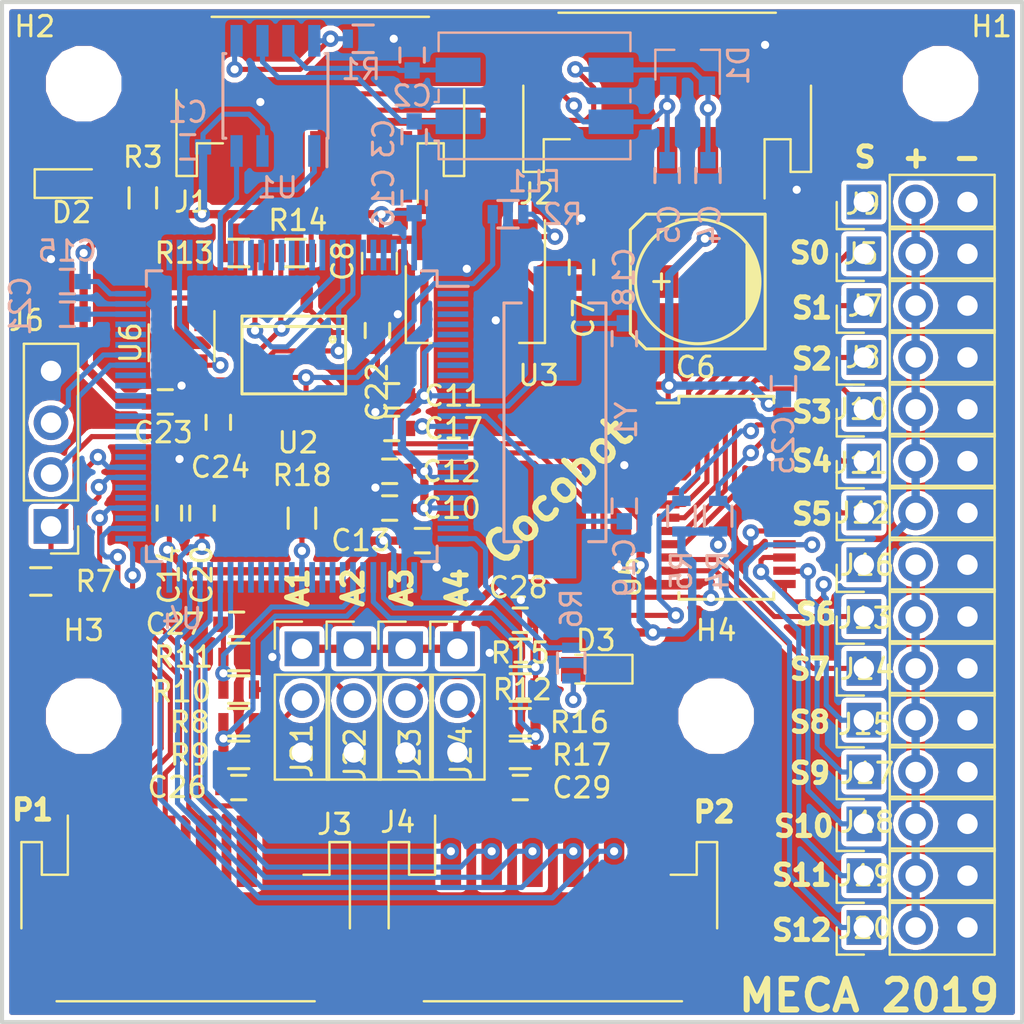
<source format=kicad_pcb>
(kicad_pcb (version 20171130) (host pcbnew "(5.0.0-rc2-108-g8444b1b61-dirty)")
  (layers (0 F.Cu signal) (31 B.Cu signal) (34 B.Paste user) (35 F.Paste user) (36 B.SilkS user) (37 F.SilkS user) (38 B.Mask user) (39 F.Mask user) (44 Edge.Cuts user))
  (net 0 "")
  (net 1 GND)
  (net 2 "Net-(J6-Pad3)")
  (net 3 "Net-(J6-Pad2)")
  (net 4 /uc/BOOT0_3v3)
  (net 5 "Net-(H2-Pad1)")
  (net 6 "Net-(H4-Pad1)")
  (net 7 "Net-(H3-Pad1)")
  (net 8 "Net-(H1-Pad1)")
  (net 9 "Net-(R1-Pad1)")
  (net 10 "Net-(C2-Pad1)")
  (net 11 "Net-(C3-Pad1)")
  (net 12 /CAN/can_rx_3v3)
  (net 13 +3V3)
  (net 14 /CAN/can_tx_3v3)
  (net 15 +5V)
  (net 16 "Net-(U4-Pad95)")
  (net 17 /Servo/sda_3v3)
  (net 18 /Servo/scl_3v3)
  (net 19 "Net-(C4-Pad1)")
  (net 20 "Net-(C5-Pad1)")
  (net 21 /Sensor/ana_1_0-3v3)
  (net 22 /uc/BOOT1_3v3)
  (net 23 /Sensor/ana_4_0-3v3)
  (net 24 "Net-(J24-Pad2)")
  (net 25 /Sensor/ana_3_0-3v3)
  (net 26 "Net-(J23-Pad2)")
  (net 27 /Sensor/ana_2_0-3v3)
  (net 28 "Net-(J22-Pad2)")
  (net 29 "Net-(J21-Pad2)")
  (net 30 "Net-(D3-Pad2)")
  (net 31 "Net-(R6-Pad1)")
  (net 32 "Net-(R5-Pad2)")
  (net 33 "Net-(R4-Pad2)")
  (net 34 "Net-(D2-Pad2)")
  (net 35 "Net-(U4-Pad1)")
  (net 36 "Net-(U4-Pad2)")
  (net 37 "Net-(U4-Pad3)")
  (net 38 "Net-(U4-Pad4)")
  (net 39 "Net-(U4-Pad5)")
  (net 40 "Net-(U4-Pad7)")
  (net 41 "Net-(U4-Pad8)")
  (net 42 "Net-(U4-Pad9)")
  (net 43 "Net-(C18-Pad1)")
  (net 44 "Net-(C19-Pad1)")
  (net 45 /uc/nSRST_3v3)
  (net 46 "Net-(U4-Pad23)")
  (net 47 "Net-(U4-Pad24)")
  (net 48 "Net-(U4-Pad26)")
  (net 49 "Net-(U4-Pad34)")
  (net 50 "Net-(U4-Pad35)")
  (net 51 "Net-(U4-Pad36)")
  (net 52 "Net-(U4-Pad38)")
  (net 53 "Net-(U4-Pad39)")
  (net 54 "Net-(U4-Pad40)")
  (net 55 "Net-(U4-Pad41)")
  (net 56 "Net-(U4-Pad42)")
  (net 57 "Net-(U4-Pad43)")
  (net 58 "Net-(C20-Pad1)")
  (net 59 "Net-(U4-Pad53)")
  (net 60 /uc/solenoid_5_3v3)
  (net 61 /uc/solenoid_6_3v3)
  (net 62 /uc/solenoid_7_3v3)
  (net 63 /uc/solenoid_8_3v3)
  (net 64 "Net-(U4-Pad59)")
  (net 65 "Net-(U4-Pad60)")
  (net 66 "Net-(U4-Pad61)")
  (net 67 "Net-(U4-Pad62)")
  (net 68 "Net-(U4-Pad63)")
  (net 69 "Net-(U4-Pad64)")
  (net 70 "Net-(U4-Pad65)")
  (net 71 "Net-(U4-Pad66)")
  (net 72 "Net-(U4-Pad67)")
  (net 73 "Net-(U4-Pad70)")
  (net 74 "Net-(U4-Pad71)")
  (net 75 "Net-(U4-Pad72)")
  (net 76 "Net-(C21-Pad1)")
  (net 77 "Net-(U4-Pad76)")
  (net 78 "Net-(U4-Pad77)")
  (net 79 "Net-(U4-Pad78)")
  (net 80 "Net-(U4-Pad79)")
  (net 81 "Net-(U4-Pad80)")
  (net 82 /uc/pump_1_3v3)
  (net 83 /uc/pump_2_3v3)
  (net 84 /uc/solenoid_1_3v3)
  (net 85 /uc/solenoid_2_3v3)
  (net 86 /uc/solenoid_3_3v3)
  (net 87 /uc/solenoid_4_3v3)
  (net 88 "Net-(U4-Pad89)")
  (net 89 "Net-(U4-Pad90)")
  (net 90 "Net-(U4-Pad91)")
  (net 91 "Net-(U4-Pad97)")
  (net 92 "Net-(U4-Pad98)")
  (net 93 "Net-(C24-Pad1)")
  (net 94 /Servo/S8)
  (net 95 /Servo/S9)
  (net 96 /Servo/S3)
  (net 97 /Servo/S10)
  (net 98 /Servo/S11)
  (net 99 /Servo/S12)
  (net 100 /Servo/S6)
  (net 101 /Servo/S5)
  (net 102 /Servo/S4)
  (net 103 /Servo/S2)
  (net 104 /Servo/S1)
  (net 105 /Servo/S0)
  (net 106 /Servo/S7)
  (net 107 "Net-(U5-Pad20)")
  (net 108 "Net-(U5-Pad21)")
  (net 109 "Net-(U5-Pad22)")
  (net 110 "Net-(J13-Pad2)")
  (net 111 "Net-(J10-Pad2)")
  (net 112 "Net-(J9-Pad1)")
  (net 113 "Net-(U4-Pad16)")
  (net 114 "Net-(U4-Pad17)")
  (net 115 "Net-(U4-Pad18)")
  (net 116 "Net-(U4-Pad33)")
  (net 117 "Net-(U4-Pad55)")
  (net 118 "Net-(U4-Pad56)")
  (net 119 "Net-(U4-Pad84)")
  (net 120 "Net-(U4-Pad83)")
  (net 121 "Net-(U4-Pad85)")
  (net 122 "Net-(U4-Pad86)")
  (net 123 "Net-(U4-Pad87)")
  (net 124 "Net-(U4-Pad88)")
  (net 125 "Net-(U4-Pad15)")
  (net 126 "Net-(U4-Pad96)")
  (module espitall:Socket_Strip_Straight_1x04_Pitch2.54mm (layer F.Cu) (at 52.4 75.7 180)
    (fp_text reference J6 (at 1.2 10.1 180) (layer F.SilkS))
    (fp_text value Conn_01x04)
    (pad 4 thru_hole oval (at 0 7.62 180) (size 1.7 1.7) (drill 1) (layers *.Cu *.Mask) (net 1 GND))
    (pad 3 thru_hole oval (at 0 5.08 180) (size 1.7 1.7) (drill 1) (layers *.Cu *.Mask) (net 2 "Net-(J6-Pad3)"))
    (pad 2 thru_hole oval (at 0 2.54 180) (size 1.7 1.7) (drill 1) (layers *.Cu *.Mask) (net 3 "Net-(J6-Pad2)"))
    (pad 1 thru_hole rect (at 0 0 180) (size 1.7 1.7) (drill 1) (layers *.Cu *.Mask) (net 4 /uc/BOOT0_3v3))
  )
  (module espitall:Pin_Header_Straight_1x03_Pitch2.54mm (layer F.Cu) (at 92.24 80.12 90)
    (fp_text reference J13 (at -0.08 0.06 180) (layer F.SilkS))
    (fp_text value Conn_01x03)
    (pad 3 thru_hole oval (at 0 5.08 90) (size 1.7 1.7) (drill 1) (layers *.Cu *.Mask) (net 1 GND))
    (pad 2 thru_hole oval (at 0 2.54 90) (size 1.7 1.7) (drill 1) (layers *.Cu *.Mask) (net 110 "Net-(J13-Pad2)"))
    (pad 1 thru_hole rect (at 0 0 90) (size 1.7 1.7) (drill 1) (layers *.Cu *.Mask) (net 100 /Servo/S6))
  )
  (module espitall:Pin_Header_Straight_1x03_Pitch2.54mm (layer F.Cu) (at 92.24 62.34 90)
    (fp_text reference J5 (at 0 -0.14 180) (layer F.SilkS))
    (fp_text value Conn_01x03)
    (pad 1 thru_hole rect (at 0 0 90) (size 1.7 1.7) (drill 1) (layers *.Cu *.Mask) (net 105 /Servo/S0))
    (pad 2 thru_hole oval (at 0 2.54 90) (size 1.7 1.7) (drill 1) (layers *.Cu *.Mask) (net 111 "Net-(J10-Pad2)"))
    (pad 3 thru_hole oval (at 0 5.08 90) (size 1.7 1.7) (drill 1) (layers *.Cu *.Mask) (net 1 GND))
  )
  (module espitall:Pin_Header_Straight_1x03_Pitch2.54mm (layer F.Cu) (at 92.24 87.74 90)
    (fp_text reference J17 (at -0.06 0.16 180) (layer F.SilkS))
    (fp_text value Conn_01x03)
    (pad 3 thru_hole oval (at 0 5.08 90) (size 1.7 1.7) (drill 1) (layers *.Cu *.Mask) (net 1 GND))
    (pad 2 thru_hole oval (at 0 2.54 90) (size 1.7 1.7) (drill 1) (layers *.Cu *.Mask) (net 110 "Net-(J13-Pad2)"))
    (pad 1 thru_hole rect (at 0 0 90) (size 1.7 1.7) (drill 1) (layers *.Cu *.Mask) (net 95 /Servo/S9))
  )
  (module espitall:Pin_Header_Straight_1x03_Pitch2.54mm (layer F.Cu) (at 92.24 64.88 90)
    (fp_text reference J7 (at -0.02 0.06 180) (layer F.SilkS))
    (fp_text value Conn_01x03)
    (pad 1 thru_hole rect (at 0 0 90) (size 1.7 1.7) (drill 1) (layers *.Cu *.Mask) (net 104 /Servo/S1))
    (pad 2 thru_hole oval (at 0 2.54 90) (size 1.7 1.7) (drill 1) (layers *.Cu *.Mask) (net 111 "Net-(J10-Pad2)"))
    (pad 3 thru_hole oval (at 0 5.08 90) (size 1.7 1.7) (drill 1) (layers *.Cu *.Mask) (net 1 GND))
  )
  (module espitall:Pin_Header_Straight_1x03_Pitch2.54mm (layer F.Cu) (at 92.24 67.42 90)
    (fp_text reference J8 (at 0 -0.04 180) (layer F.SilkS))
    (fp_text value Conn_01x03)
    (pad 3 thru_hole oval (at 0 5.08 90) (size 1.7 1.7) (drill 1) (layers *.Cu *.Mask) (net 1 GND))
    (pad 2 thru_hole oval (at 0 2.54 90) (size 1.7 1.7) (drill 1) (layers *.Cu *.Mask) (net 111 "Net-(J10-Pad2)"))
    (pad 1 thru_hole rect (at 0 0 90) (size 1.7 1.7) (drill 1) (layers *.Cu *.Mask) (net 103 /Servo/S2))
  )
  (module espitall:Pin_Header_Straight_1x03_Pitch2.54mm (layer F.Cu) (at 92.24 59.8 90)
    (fp_text reference J9 (at -0.1 -0.04 180) (layer F.SilkS))
    (fp_text value Conn_01x03)
    (pad 1 thru_hole rect (at 0 0 90) (size 1.7 1.7) (drill 1) (layers *.Cu *.Mask) (net 112 "Net-(J9-Pad1)"))
    (pad 2 thru_hole oval (at 0 2.54 90) (size 1.7 1.7) (drill 1) (layers *.Cu *.Mask) (net 111 "Net-(J10-Pad2)"))
    (pad 3 thru_hole oval (at 0 5.08 90) (size 1.7 1.7) (drill 1) (layers *.Cu *.Mask) (net 1 GND))
  )
  (module espitall:Pin_Header_Straight_1x03_Pitch2.54mm (layer F.Cu) (at 92.24 69.96 90)
    (fp_text reference J10 (at 0 -0.14 180) (layer F.SilkS))
    (fp_text value Conn_01x03)
    (pad 3 thru_hole oval (at 0 5.08 90) (size 1.7 1.7) (drill 1) (layers *.Cu *.Mask) (net 1 GND))
    (pad 2 thru_hole oval (at 0 2.54 90) (size 1.7 1.7) (drill 1) (layers *.Cu *.Mask) (net 111 "Net-(J10-Pad2)"))
    (pad 1 thru_hole rect (at 0 0 90) (size 1.7 1.7) (drill 1) (layers *.Cu *.Mask) (net 96 /Servo/S3))
  )
  (module espitall:Pin_Header_Straight_1x03_Pitch2.54mm (layer F.Cu) (at 92.24 72.5 90)
    (fp_text reference J11 (at -0.1 -0.14 180) (layer F.SilkS))
    (fp_text value Conn_01x03)
    (pad 1 thru_hole rect (at 0 0 90) (size 1.7 1.7) (drill 1) (layers *.Cu *.Mask) (net 102 /Servo/S4))
    (pad 2 thru_hole oval (at 0 2.54 90) (size 1.7 1.7) (drill 1) (layers *.Cu *.Mask) (net 111 "Net-(J10-Pad2)"))
    (pad 3 thru_hole oval (at 0 5.08 90) (size 1.7 1.7) (drill 1) (layers *.Cu *.Mask) (net 1 GND))
  )
  (module espitall:Pin_Header_Straight_1x03_Pitch2.54mm (layer F.Cu) (at 92.24 85.2 90)
    (fp_text reference J15 (at -0.2 0.06 180) (layer F.SilkS))
    (fp_text value Conn_01x03)
    (pad 3 thru_hole oval (at 0 5.08 90) (size 1.7 1.7) (drill 1) (layers *.Cu *.Mask) (net 1 GND))
    (pad 2 thru_hole oval (at 0 2.54 90) (size 1.7 1.7) (drill 1) (layers *.Cu *.Mask) (net 110 "Net-(J13-Pad2)"))
    (pad 1 thru_hole rect (at 0 0 90) (size 1.7 1.7) (drill 1) (layers *.Cu *.Mask) (net 94 /Servo/S8))
  )
  (module espitall:Pin_Header_Straight_1x03_Pitch2.54mm (layer F.Cu) (at 92.24 75.04 90)
    (fp_text reference J12 (at 0 -0.04 180) (layer F.SilkS))
    (fp_text value Conn_01x03)
    (pad 1 thru_hole rect (at 0 0 90) (size 1.7 1.7) (drill 1) (layers *.Cu *.Mask) (net 101 /Servo/S5))
    (pad 2 thru_hole oval (at 0 2.54 90) (size 1.7 1.7) (drill 1) (layers *.Cu *.Mask) (net 111 "Net-(J10-Pad2)"))
    (pad 3 thru_hole oval (at 0 5.08 90) (size 1.7 1.7) (drill 1) (layers *.Cu *.Mask) (net 1 GND))
  )
  (module espitall:Pin_Header_Straight_1x03_Pitch2.54mm (layer F.Cu) (at 72.32 81.7)
    (fp_text reference J24 (at 0.18 5.1 90) (layer F.SilkS))
    (fp_text value Conn_01x03)
    (pad 3 thru_hole oval (at 0 5.08) (size 1.7 1.7) (drill 1) (layers *.Cu *.Mask) (net 1 GND))
    (pad 2 thru_hole oval (at 0 2.54) (size 1.7 1.7) (drill 1) (layers *.Cu *.Mask) (net 24 "Net-(J24-Pad2)"))
    (pad 1 thru_hole rect (at 0 0) (size 1.7 1.7) (drill 1) (layers *.Cu *.Mask) (net 15 +5V))
  )
  (module espitall:Pin_Header_Straight_1x03_Pitch2.54mm (layer F.Cu) (at 69.78 81.7)
    (fp_text reference J23 (at 0.22 5.2 90) (layer F.SilkS))
    (fp_text value Conn_01x03)
    (pad 1 thru_hole rect (at 0 0) (size 1.7 1.7) (drill 1) (layers *.Cu *.Mask) (net 15 +5V))
    (pad 2 thru_hole oval (at 0 2.54) (size 1.7 1.7) (drill 1) (layers *.Cu *.Mask) (net 26 "Net-(J23-Pad2)"))
    (pad 3 thru_hole oval (at 0 5.08) (size 1.7 1.7) (drill 1) (layers *.Cu *.Mask) (net 1 GND))
  )
  (module espitall:Pin_Header_Straight_1x03_Pitch2.54mm (layer F.Cu) (at 67.24 81.7)
    (fp_text reference J22 (at 0.06 5.2 90) (layer F.SilkS))
    (fp_text value Conn_01x03)
    (pad 3 thru_hole oval (at 0 5.08) (size 1.7 1.7) (drill 1) (layers *.Cu *.Mask) (net 1 GND))
    (pad 2 thru_hole oval (at 0 2.54) (size 1.7 1.7) (drill 1) (layers *.Cu *.Mask) (net 28 "Net-(J22-Pad2)"))
    (pad 1 thru_hole rect (at 0 0) (size 1.7 1.7) (drill 1) (layers *.Cu *.Mask) (net 15 +5V))
  )
  (module espitall:Pin_Header_Straight_1x03_Pitch2.54mm (layer F.Cu) (at 64.7 81.7)
    (fp_text reference J21 (at 0 5 90) (layer F.SilkS))
    (fp_text value Conn_01x03)
    (pad 1 thru_hole rect (at 0 0) (size 1.7 1.7) (drill 1) (layers *.Cu *.Mask) (net 15 +5V))
    (pad 2 thru_hole oval (at 0 2.54) (size 1.7 1.7) (drill 1) (layers *.Cu *.Mask) (net 29 "Net-(J21-Pad2)"))
    (pad 3 thru_hole oval (at 0 5.08) (size 1.7 1.7) (drill 1) (layers *.Cu *.Mask) (net 1 GND))
  )
  (module espitall:Pin_Header_Straight_1x03_Pitch2.54mm (layer F.Cu) (at 92.24 95.36 90)
    (fp_text reference J20 (at -0.04 0.06 180) (layer F.SilkS))
    (fp_text value Conn_01x03)
    (pad 3 thru_hole oval (at 0 5.08 90) (size 1.7 1.7) (drill 1) (layers *.Cu *.Mask) (net 1 GND))
    (pad 2 thru_hole oval (at 0 2.54 90) (size 1.7 1.7) (drill 1) (layers *.Cu *.Mask) (net 110 "Net-(J13-Pad2)"))
    (pad 1 thru_hole rect (at 0 0 90) (size 1.7 1.7) (drill 1) (layers *.Cu *.Mask) (net 99 /Servo/S12))
  )
  (module espitall:Pin_Header_Straight_1x03_Pitch2.54mm (layer F.Cu) (at 92.24 92.82 90)
    (fp_text reference J19 (at 0 0.06 180) (layer F.SilkS))
    (fp_text value Conn_01x03)
    (pad 1 thru_hole rect (at 0 0 90) (size 1.7 1.7) (drill 1) (layers *.Cu *.Mask) (net 98 /Servo/S11))
    (pad 2 thru_hole oval (at 0 2.54 90) (size 1.7 1.7) (drill 1) (layers *.Cu *.Mask) (net 110 "Net-(J13-Pad2)"))
    (pad 3 thru_hole oval (at 0 5.08 90) (size 1.7 1.7) (drill 1) (layers *.Cu *.Mask) (net 1 GND))
  )
  (module espitall:Pin_Header_Straight_1x03_Pitch2.54mm (layer F.Cu) (at 92.24 90.28 90)
    (fp_text reference J18 (at 0.08 0.16 180) (layer F.SilkS))
    (fp_text value Conn_01x03)
    (pad 3 thru_hole oval (at 0 5.08 90) (size 1.7 1.7) (drill 1) (layers *.Cu *.Mask) (net 1 GND))
    (pad 2 thru_hole oval (at 0 2.54 90) (size 1.7 1.7) (drill 1) (layers *.Cu *.Mask) (net 110 "Net-(J13-Pad2)"))
    (pad 1 thru_hole rect (at 0 0 90) (size 1.7 1.7) (drill 1) (layers *.Cu *.Mask) (net 97 /Servo/S10))
  )
  (module espitall:Pin_Header_Straight_1x03_Pitch2.54mm (layer F.Cu) (at 92.24 77.58 90)
    (fp_text reference J16 (at -0.02 0.16 180) (layer F.SilkS))
    (fp_text value Conn_01x03)
    (pad 1 thru_hole rect (at 0 0 90) (size 1.7 1.7) (drill 1) (layers *.Cu *.Mask) (net 111 "Net-(J10-Pad2)"))
    (pad 2 thru_hole oval (at 0 2.54 90) (size 1.7 1.7) (drill 1) (layers *.Cu *.Mask) (net 110 "Net-(J13-Pad2)"))
    (pad 3 thru_hole oval (at 0 5.08 90) (size 1.7 1.7) (drill 1) (layers *.Cu *.Mask) (net 1 GND))
  )
  (module espitall:Pin_Header_Straight_1x03_Pitch2.54mm (layer F.Cu) (at 92.24 82.66 90)
    (fp_text reference J14 (at -0.04 0.16 180) (layer F.SilkS))
    (fp_text value Conn_01x03)
    (pad 3 thru_hole oval (at 0 5.08 90) (size 1.7 1.7) (drill 1) (layers *.Cu *.Mask) (net 1 GND))
    (pad 2 thru_hole oval (at 0 2.54 90) (size 1.7 1.7) (drill 1) (layers *.Cu *.Mask) (net 110 "Net-(J13-Pad2)"))
    (pad 1 thru_hole rect (at 0 0 90) (size 1.7 1.7) (drill 1) (layers *.Cu *.Mask) (net 106 /Servo/S7))
  )
  (module espitall:SO-8 (layer F.Cu) (at 64.3 67.3 180)
    (fp_text reference U2 (at -0.2 -4.3 180) (layer F.SilkS))
    (fp_text value PCA9306)
    (pad 1 smd oval (at -1.905 2.794 180) (size 0.6096 1.4732) (layers F.Cu F.Paste F.Mask) (net 1 GND))
    (pad 2 smd oval (at -0.635 2.794 180) (size 0.6096 1.4732) (layers F.Cu F.Paste F.Mask) (net 13 +3V3))
    (pad 3 smd oval (at 0.635 2.794 180) (size 0.6096 1.4732) (layers F.Cu F.Paste F.Mask) (net 18 /Servo/scl_3v3))
    (pad 4 smd oval (at 1.905 2.794 180) (size 0.6096 1.4732) (layers F.Cu F.Paste F.Mask) (net 17 /Servo/sda_3v3))
    (pad 5 smd oval (at 1.905 -2.794 180) (size 0.6096 1.4732) (layers F.Cu F.Paste F.Mask) (net 32 "Net-(R5-Pad2)"))
    (pad 6 smd oval (at 0.635 -2.794 180) (size 0.6096 1.4732) (layers F.Cu F.Paste F.Mask) (net 33 "Net-(R4-Pad2)"))
    (pad 7 smd oval (at -0.635 -2.794 180) (size 0.6096 1.4732) (layers F.Cu F.Paste F.Mask) (net 93 "Net-(C24-Pad1)"))
    (pad 8 smd oval (at -1.905 -2.794 180) (size 0.6096 1.4732) (layers F.Cu F.Paste F.Mask) (net 93 "Net-(C24-Pad1)"))
  )
  (module espitall:TSSOP-28_4.4x9.7mm_Pitch0.65mm (layer F.Cu) (at 85.5 74.3)
    (fp_text reference U5 (at -4.7 3.9 90) (layer F.SilkS))
    (fp_text value PCA9685)
    (pad 1 smd rect (at -2.85 -4.225) (size 1.1 0.4) (layers F.Cu F.Paste F.Mask) (net 15 +5V))
    (pad 2 smd rect (at -2.85 -3.575) (size 1.1 0.4) (layers F.Cu F.Paste F.Mask) (net 15 +5V))
    (pad 3 smd rect (at -2.85 -2.925) (size 1.1 0.4) (layers F.Cu F.Paste F.Mask) (net 15 +5V))
    (pad 4 smd rect (at -2.85 -2.275) (size 1.1 0.4) (layers F.Cu F.Paste F.Mask) (net 15 +5V))
    (pad 5 smd rect (at -2.85 -1.625) (size 1.1 0.4) (layers F.Cu F.Paste F.Mask) (net 1 GND))
    (pad 6 smd rect (at -2.85 -0.975) (size 1.1 0.4) (layers F.Cu F.Paste F.Mask) (net 105 /Servo/S0))
    (pad 7 smd rect (at -2.85 -0.325) (size 1.1 0.4) (layers F.Cu F.Paste F.Mask) (net 104 /Servo/S1))
    (pad 8 smd rect (at -2.85 0.325) (size 1.1 0.4) (layers F.Cu F.Paste F.Mask) (net 103 /Servo/S2))
    (pad 9 smd rect (at -2.85 0.975) (size 1.1 0.4) (layers F.Cu F.Paste F.Mask) (net 96 /Servo/S3))
    (pad 10 smd rect (at -2.85 1.625) (size 1.1 0.4) (layers F.Cu F.Paste F.Mask) (net 102 /Servo/S4))
    (pad 11 smd rect (at -2.85 2.275) (size 1.1 0.4) (layers F.Cu F.Paste F.Mask) (net 101 /Servo/S5))
    (pad 12 smd rect (at -2.85 2.925) (size 1.1 0.4) (layers F.Cu F.Paste F.Mask) (net 100 /Servo/S6))
    (pad 13 smd rect (at -2.85 3.575) (size 1.1 0.4) (layers F.Cu F.Paste F.Mask) (net 106 /Servo/S7))
    (pad 14 smd rect (at -2.85 4.225) (size 1.1 0.4) (layers F.Cu F.Paste F.Mask) (net 1 GND))
    (pad 15 smd rect (at 2.85 4.225) (size 1.1 0.4) (layers F.Cu F.Paste F.Mask) (net 94 /Servo/S8))
    (pad 16 smd rect (at 2.85 3.575) (size 1.1 0.4) (layers F.Cu F.Paste F.Mask) (net 95 /Servo/S9))
    (pad 17 smd rect (at 2.85 2.925) (size 1.1 0.4) (layers F.Cu F.Paste F.Mask) (net 97 /Servo/S10))
    (pad 18 smd rect (at 2.85 2.275) (size 1.1 0.4) (layers F.Cu F.Paste F.Mask) (net 98 /Servo/S11))
    (pad 19 smd rect (at 2.85 1.625) (size 1.1 0.4) (layers F.Cu F.Paste F.Mask) (net 99 /Servo/S12))
    (pad 20 smd rect (at 2.85 0.975) (size 1.1 0.4) (layers F.Cu F.Paste F.Mask) (net 107 "Net-(U5-Pad20)"))
    (pad 21 smd rect (at 2.85 0.325) (size 1.1 0.4) (layers F.Cu F.Paste F.Mask) (net 108 "Net-(U5-Pad21)"))
    (pad 22 smd rect (at 2.85 -0.325) (size 1.1 0.4) (layers F.Cu F.Paste F.Mask) (net 109 "Net-(U5-Pad22)"))
    (pad 23 smd rect (at 2.85 -0.975) (size 1.1 0.4) (layers F.Cu F.Paste F.Mask) (net 1 GND))
    (pad 24 smd rect (at 2.85 -1.625) (size 1.1 0.4) (layers F.Cu F.Paste F.Mask) (net 1 GND))
    (pad 25 smd rect (at 2.85 -2.275) (size 1.1 0.4) (layers F.Cu F.Paste F.Mask) (net 1 GND))
    (pad 26 smd rect (at 2.85 -2.925) (size 1.1 0.4) (layers F.Cu F.Paste F.Mask) (net 33 "Net-(R4-Pad2)"))
    (pad 27 smd rect (at 2.85 -3.575) (size 1.1 0.4) (layers F.Cu F.Paste F.Mask) (net 32 "Net-(R5-Pad2)"))
    (pad 28 smd rect (at 2.85 -4.225) (size 1.1 0.4) (layers F.Cu F.Paste F.Mask) (net 15 +5V))
  )
  (module espitall:R_0603 (layer B.Cu) (at 74.8 60.4 180)
    (fp_text reference R2 (at -2.674 -0.004) (layer B.SilkS) (effects (justify mirror)))
    (fp_text value 200k)
    (pad 1 smd rect (at -0.75 0 180) (size 0.5 0.9) (layers B.Cu B.Paste B.Mask) (net 15 +5V))
    (pad 2 smd rect (at 0.75 0 180) (size 0.5 0.9) (layers B.Cu B.Paste B.Mask) (net 93 "Net-(C24-Pad1)"))
  )
  (module espitall:C_0603 (layer F.Cu) (at 70.6 76.4)
    (fp_text reference C13 (at -3.017199 -0.01) (layer F.SilkS))
    (fp_text value 100n)
    (pad 1 smd rect (at -0.75 0) (size 0.8 0.75) (layers F.Cu F.Paste F.Mask) (net 13 +3V3))
    (pad 2 smd rect (at 0.75 0) (size 0.8 0.75) (layers F.Cu F.Paste F.Mask) (net 1 GND))
  )
  (module espitall:C_0603 (layer B.Cu) (at 70.1 52.6 90)
    (fp_text reference C2 (at -2 0 180) (layer B.SilkS) (effects (justify mirror)))
    (fp_text value C)
    (pad 2 smd rect (at 0.75 0 90) (size 0.8 0.75) (layers B.Cu B.Paste B.Mask) (net 1 GND))
    (pad 1 smd rect (at -0.75 0 90) (size 0.8 0.75) (layers B.Cu B.Paste B.Mask) (net 10 "Net-(C2-Pad1)"))
  )
  (module espitall:C_0603 (layer F.Cu) (at 69.1 69.3 180)
    (fp_text reference C11 (at -3.017199 -0.01 180) (layer F.SilkS))
    (fp_text value 100n)
    (pad 1 smd rect (at -0.75 0 180) (size 0.8 0.75) (layers F.Cu F.Paste F.Mask) (net 13 +3V3))
    (pad 2 smd rect (at 0.75 0 180) (size 0.8 0.75) (layers F.Cu F.Paste F.Mask) (net 1 GND))
  )
  (module espitall:C_0603 (layer F.Cu) (at 60.6 70.6 270)
    (fp_text reference C24 (at 2.2 -0.1) (layer F.SilkS))
    (fp_text value 100n)
    (pad 2 smd rect (at 0.75 0 270) (size 0.8 0.75) (layers F.Cu F.Paste F.Mask) (net 1 GND))
    (pad 1 smd rect (at -0.75 0 270) (size 0.8 0.75) (layers F.Cu F.Paste F.Mask) (net 93 "Net-(C24-Pad1)"))
  )
  (module espitall:C_0603 (layer F.Cu) (at 58 69.6)
    (fp_text reference C23 (at -0.1 1.5) (layer F.SilkS))
    (fp_text value 100n)
    (pad 1 smd rect (at -0.75 0) (size 0.8 0.75) (layers F.Cu F.Paste F.Mask) (net 13 +3V3))
    (pad 2 smd rect (at 0.75 0) (size 0.8 0.75) (layers F.Cu F.Paste F.Mask) (net 1 GND))
  )
  (module espitall:C_0603 (layer F.Cu) (at 68.4 66.1 90)
    (fp_text reference C22 (at -3.017199 -0.01 90) (layer F.SilkS))
    (fp_text value 100n)
    (pad 2 smd rect (at 0.75 0 90) (size 0.8 0.75) (layers F.Cu F.Paste F.Mask) (net 1 GND))
    (pad 1 smd rect (at -0.75 0 90) (size 0.8 0.75) (layers F.Cu F.Paste F.Mask) (net 13 +3V3))
  )
  (module espitall:C_0603 (layer B.Cu) (at 53.2 65.3 180)
    (fp_text reference C21 (at 2.3 0.4 270) (layer B.SilkS) (effects (justify mirror)))
    (fp_text value 2u2)
    (pad 1 smd rect (at -0.75 0 180) (size 0.8 0.75) (layers B.Cu B.Paste B.Mask) (net 76 "Net-(C21-Pad1)"))
    (pad 2 smd rect (at 0.75 0 180) (size 0.8 0.75) (layers B.Cu B.Paste B.Mask) (net 1 GND))
  )
  (module espitall:C_0603 (layer F.Cu) (at 59.8 75.05 90)
    (fp_text reference C20 (at -3.017199 -0.01 90) (layer F.SilkS))
    (fp_text value 2u2)
    (pad 2 smd rect (at 0.75 0 90) (size 0.8 0.75) (layers F.Cu F.Paste F.Mask) (net 1 GND))
    (pad 1 smd rect (at -0.75 0 90) (size 0.8 0.75) (layers F.Cu F.Paste F.Mask) (net 58 "Net-(C20-Pad1)"))
  )
  (module espitall:C_0603 (layer B.Cu) (at 80.5 74.7 90)
    (fp_text reference C19 (at -3.017199 0.01 90) (layer B.SilkS) (effects (justify mirror)))
    (fp_text value 20p)
    (pad 1 smd rect (at -0.75 0 90) (size 0.8 0.75) (layers B.Cu B.Paste B.Mask) (net 44 "Net-(C19-Pad1)"))
    (pad 2 smd rect (at 0.75 0 90) (size 0.8 0.75) (layers B.Cu B.Paste B.Mask) (net 1 GND))
  )
  (module espitall:C_0603 (layer B.Cu) (at 80.5 66.5 270)
    (fp_text reference C18 (at -3.017199 0.01 270) (layer B.SilkS) (effects (justify mirror)))
    (fp_text value 20p)
    (pad 2 smd rect (at 0.75 0 270) (size 0.8 0.75) (layers B.Cu B.Paste B.Mask) (net 1 GND))
    (pad 1 smd rect (at -0.75 0 270) (size 0.8 0.75) (layers B.Cu B.Paste B.Mask) (net 43 "Net-(C18-Pad1)"))
  )
  (module espitall:C_0603 (layer F.Cu) (at 69.1 70.9 180)
    (fp_text reference C17 (at -3.017199 -0.01 180) (layer F.SilkS))
    (fp_text value 100n)
    (pad 1 smd rect (at -0.75 0 180) (size 0.8 0.75) (layers F.Cu F.Paste F.Mask) (net 45 /uc/nSRST_3v3))
    (pad 2 smd rect (at 0.75 0 180) (size 0.8 0.75) (layers F.Cu F.Paste F.Mask) (net 1 GND))
  )
  (module espitall:C_0603 (layer B.Cu) (at 70.2 59.6 90)
    (fp_text reference C16 (at 0 -1.5 90) (layer B.SilkS) (effects (justify mirror)))
    (fp_text value 100n)
    (pad 2 smd rect (at 0.75 0 90) (size 0.8 0.75) (layers B.Cu B.Paste B.Mask) (net 1 GND))
    (pad 1 smd rect (at -0.75 0 90) (size 0.8 0.75) (layers B.Cu B.Paste B.Mask) (net 13 +3V3))
  )
  (module espitall:C_0603 (layer B.Cu) (at 53.2 63.7 180)
    (fp_text reference C15 (at 0 1.5 180) (layer B.SilkS) (effects (justify mirror)))
    (fp_text value 100n)
    (pad 1 smd rect (at -0.75 0 180) (size 0.8 0.75) (layers B.Cu B.Paste B.Mask) (net 13 +3V3))
    (pad 2 smd rect (at 0.75 0 180) (size 0.8 0.75) (layers B.Cu B.Paste B.Mask) (net 1 GND))
  )
  (module espitall:C_0603 (layer F.Cu) (at 75.4 88.5 180)
    (fp_text reference C29 (at -3.017199 -0.01 180) (layer F.SilkS))
    (fp_text value 100n)
    (pad 2 smd rect (at 0.75 0 180) (size 0.8 0.75) (layers F.Cu F.Paste F.Mask) (net 1 GND))
    (pad 1 smd rect (at -0.75 0 180) (size 0.8 0.75) (layers F.Cu F.Paste F.Mask) (net 23 /Sensor/ana_4_0-3v3))
  )
  (module espitall:C_0603 (layer B.Cu) (at 59.1 57.1 180)
    (fp_text reference C1 (at 0 1.7 180) (layer B.SilkS) (effects (justify mirror)))
    (fp_text value 100n)
    (pad 1 smd rect (at -0.75 0 180) (size 0.8 0.75) (layers B.Cu B.Paste B.Mask) (net 13 +3V3))
    (pad 2 smd rect (at 0.75 0 180) (size 0.8 0.75) (layers B.Cu B.Paste B.Mask) (net 1 GND))
  )
  (module espitall:C_0603 (layer B.Cu) (at 70.2 56.6 270)
    (fp_text reference C3 (at 0.1 1.5 270) (layer B.SilkS) (effects (justify mirror)))
    (fp_text value C)
    (pad 2 smd rect (at 0.75 0 270) (size 0.8 0.75) (layers B.Cu B.Paste B.Mask) (net 1 GND))
    (pad 1 smd rect (at -0.75 0 270) (size 0.8 0.75) (layers B.Cu B.Paste B.Mask) (net 11 "Net-(C3-Pad1)"))
  )
  (module espitall:C_0603 (layer B.Cu) (at 84.6 58.5 270)
    (fp_text reference C4 (at 2.4 -0.1 270) (layer B.SilkS) (effects (justify mirror)))
    (fp_text value C)
    (pad 1 smd rect (at -0.75 0 270) (size 0.8 0.75) (layers B.Cu B.Paste B.Mask) (net 19 "Net-(C4-Pad1)"))
    (pad 2 smd rect (at 0.75 0 270) (size 0.8 0.75) (layers B.Cu B.Paste B.Mask) (net 1 GND))
  )
  (module espitall:C_0603 (layer F.Cu) (at 75.4 80.3 180)
    (fp_text reference C28 (at 0.1 1.6 180) (layer F.SilkS))
    (fp_text value 100n)
    (pad 2 smd rect (at 0.75 0 180) (size 0.8 0.75) (layers F.Cu F.Paste F.Mask) (net 1 GND))
    (pad 1 smd rect (at -0.75 0 180) (size 0.8 0.75) (layers F.Cu F.Paste F.Mask) (net 25 /Sensor/ana_3_0-3v3))
  )
  (module espitall:C_0603 (layer F.Cu) (at 61.5 80.5)
    (fp_text reference C27 (at -3.017199 -0.01) (layer F.SilkS))
    (fp_text value 100n)
    (pad 1 smd rect (at -0.75 0) (size 0.8 0.75) (layers F.Cu F.Paste F.Mask) (net 27 /Sensor/ana_2_0-3v3))
    (pad 2 smd rect (at 0.75 0) (size 0.8 0.75) (layers F.Cu F.Paste F.Mask) (net 1 GND))
  )
  (module espitall:C_0603 (layer F.Cu) (at 61.6 88.5)
    (fp_text reference C26 (at -3.017199 -0.01) (layer F.SilkS))
    (fp_text value 100n)
    (pad 2 smd rect (at 0.75 0) (size 0.8 0.75) (layers F.Cu F.Paste F.Mask) (net 1 GND))
    (pad 1 smd rect (at -0.75 0) (size 0.8 0.75) (layers F.Cu F.Paste F.Mask) (net 21 /Sensor/ana_1_0-3v3))
  )
  (module espitall:C_0603 (layer B.Cu) (at 88.3 68.7 90)
    (fp_text reference C25 (at -3.017199 0.01 90) (layer B.SilkS) (effects (justify mirror)))
    (fp_text value 100n)
    (pad 1 smd rect (at -0.75 0 90) (size 0.8 0.75) (layers B.Cu B.Paste B.Mask) (net 15 +5V))
    (pad 2 smd rect (at 0.75 0 90) (size 0.8 0.75) (layers B.Cu B.Paste B.Mask) (net 1 GND))
  )
  (module espitall:C_0603 (layer B.Cu) (at 82.6 58.5 270)
    (fp_text reference C5 (at 2.4 -0.1 270) (layer B.SilkS) (effects (justify mirror)))
    (fp_text value C)
    (pad 2 smd rect (at 0.75 0 270) (size 0.8 0.75) (layers B.Cu B.Paste B.Mask) (net 1 GND))
    (pad 1 smd rect (at -0.75 0 270) (size 0.8 0.75) (layers B.Cu B.Paste B.Mask) (net 20 "Net-(C5-Pad1)"))
  )
  (module espitall:C_0603 (layer F.Cu) (at 78.4 63 90)
    (fp_text reference C7 (at -2.5 0.1 90) (layer F.SilkS))
    (fp_text value 2u2)
    (pad 1 smd rect (at -0.75 0 90) (size 0.8 0.75) (layers F.Cu F.Paste F.Mask) (net 15 +5V))
    (pad 2 smd rect (at 0.75 0 90) (size 0.8 0.75) (layers F.Cu F.Paste F.Mask) (net 1 GND))
  )
  (module espitall:C_0603 (layer F.Cu) (at 69 74.8 180)
    (fp_text reference C10 (at -3.017199 -0.01 180) (layer F.SilkS))
    (fp_text value 100n)
    (pad 1 smd rect (at -0.75 0 180) (size 0.8 0.75) (layers F.Cu F.Paste F.Mask) (net 13 +3V3))
    (pad 2 smd rect (at 0.75 0 180) (size 0.8 0.75) (layers F.Cu F.Paste F.Mask) (net 1 GND))
  )
  (module espitall:C_0603 (layer F.Cu) (at 58.2 75.05 90)
    (fp_text reference C14 (at -3.017199 -0.01 90) (layer F.SilkS))
    (fp_text value 100n)
    (pad 2 smd rect (at 0.75 0 90) (size 0.8 0.75) (layers F.Cu F.Paste F.Mask) (net 1 GND))
    (pad 1 smd rect (at -0.75 0 90) (size 0.8 0.75) (layers F.Cu F.Paste F.Mask) (net 13 +3V3))
  )
  (module espitall:C_0603 (layer F.Cu) (at 69 73 180)
    (fp_text reference C12 (at -3.017199 -0.01 180) (layer F.SilkS))
    (fp_text value 100n)
    (pad 1 smd rect (at -0.75 0 180) (size 0.8 0.75) (layers F.Cu F.Paste F.Mask) (net 13 +3V3))
    (pad 2 smd rect (at 0.75 0 180) (size 0.8 0.75) (layers F.Cu F.Paste F.Mask) (net 1 GND))
  )
  (module espitall:C_0805 (layer F.Cu) (at 68.5 62.8 270)
    (fp_text reference C8 (at -0.1 1.8 270) (layer F.SilkS))
    (fp_text value 47u)
    (pad 1 smd rect (at -1 0 270) (size 1 1.25) (layers F.Cu F.Paste F.Mask) (net 13 +3V3))
    (pad 2 smd rect (at 1 0 270) (size 1 1.25) (layers F.Cu F.Paste F.Mask) (net 1 GND))
  )
  (module espitall:Crystal_HC49-SD_SMD (layer B.Cu) (at 77.1 70.6 270)
    (fp_text reference Y1 (at -0.1 -3.5 270) (layer B.SilkS) (effects (justify mirror)))
    (fp_text value 8M)
    (pad 1 smd rect (at -4.84886 0 270) (size 5.6007 2.10058) (layers B.Cu B.Paste B.Mask) (net 43 "Net-(C18-Pad1)"))
    (pad 2 smd rect (at 4.84886 0 270) (size 5.6007 2.10058) (layers B.Cu B.Paste B.Mask) (net 44 "Net-(C19-Pad1)"))
  )
  (module espitall:DR331 (layer B.Cu) (at 76.1 54.6)
    (fp_text reference FL1 (at 0 4.2) (layer B.SilkS) (effects (justify mirror)))
    (fp_text value DR331-113BE)
    (pad 4 smd rect (at 3.75 1.27) (size 2.2 1.2) (layers B.Cu B.Paste B.Mask) (net 20 "Net-(C5-Pad1)"))
    (pad 3 smd rect (at 3.75 -1.27) (size 2.2 1.2) (layers B.Cu B.Paste B.Mask) (net 19 "Net-(C4-Pad1)"))
    (pad 2 smd rect (at -3.75 -1.27) (size 2.2 1.2) (layers B.Cu B.Paste B.Mask) (net 10 "Net-(C2-Pad1)"))
    (pad 1 smd rect (at -3.75 1.27) (size 2.2 1.2) (layers B.Cu B.Paste B.Mask) (net 11 "Net-(C3-Pad1)"))
  )
  (module espitall:JST_PH_S5B-PH-SM4-TB_05x2.00mm_Angled (layer F.Cu) (at 65.6 55.2 180)
    (fp_text reference J1 (at 6.3 -4.6 180) (layer F.SilkS))
    (fp_text value CocobotCAN)
    (pad 1 smd rect (at -4 -2.875 180) (size 1 3.5) (layers F.Cu F.Paste F.Mask) (net 15 +5V))
    (pad 2 smd rect (at -2 -2.875 180) (size 1 3.5) (layers F.Cu F.Paste F.Mask) (net 19 "Net-(C4-Pad1)"))
    (pad 3 smd rect (at 0 -2.875 180) (size 1 3.5) (layers F.Cu F.Paste F.Mask) (net 20 "Net-(C5-Pad1)"))
    (pad 4 smd rect (at 2 -2.875 180) (size 1 3.5) (layers F.Cu F.Paste F.Mask) (net 1 GND))
    (pad 5 smd rect (at 4 -2.875 180) (size 1 3.5) (layers F.Cu F.Paste F.Mask) (net 1 GND))
    (pad case smd rect (at -6.35 2.875 180) (size 1.5 3.4) (layers F.Cu F.Paste F.Mask) (net 1 GND))
    (pad case smd rect (at 6.35 2.875 180) (size 1.5 3.4) (layers F.Cu F.Paste F.Mask) (net 1 GND))
  )
  (module espitall:JST_PH_S5B-PH-SM4-TB_05x2.00mm_Angled (layer F.Cu) (at 82.6 55 180)
    (fp_text reference J2 (at 6.4 -4.4 180) (layer F.SilkS))
    (fp_text value CocobotCAN)
    (pad case smd rect (at 6.35 2.875 180) (size 1.5 3.4) (layers F.Cu F.Paste F.Mask) (net 1 GND))
    (pad case smd rect (at -6.35 2.875 180) (size 1.5 3.4) (layers F.Cu F.Paste F.Mask) (net 1 GND))
    (pad 5 smd rect (at 4 -2.875 180) (size 1 3.5) (layers F.Cu F.Paste F.Mask) (net 1 GND))
    (pad 4 smd rect (at 2 -2.875 180) (size 1 3.5) (layers F.Cu F.Paste F.Mask) (net 1 GND))
    (pad 3 smd rect (at 0 -2.875 180) (size 1 3.5) (layers F.Cu F.Paste F.Mask) (net 20 "Net-(C5-Pad1)"))
    (pad 2 smd rect (at -2 -2.875 180) (size 1 3.5) (layers F.Cu F.Paste F.Mask) (net 19 "Net-(C4-Pad1)"))
    (pad 1 smd rect (at -4 -2.875 180) (size 1 3.5) (layers F.Cu F.Paste F.Mask) (net 15 +5V))
  )
  (module espitall:JST_PH_S6B-PH-SM4-TB_06x2.00mm_Angled (layer F.Cu) (at 59 94.5)
    (fp_text reference J3 (at 7.3 -4.2) (layer F.SilkS))
    (fp_text value JST_PH_S6B-PH-SM4-TB_06x2.00mm_Angled)
    (pad case smd rect (at 7.35 2.875) (size 1.5 3.4) (layers F.Cu F.Paste F.Mask) (net 1 GND))
    (pad case smd rect (at -7.35 2.875) (size 1.5 3.4) (layers F.Cu F.Paste F.Mask) (net 1 GND))
    (pad 6 smd rect (at 5 -2.875) (size 1 3.5) (layers F.Cu F.Paste F.Mask) (net 1 GND))
    (pad 5 smd rect (at 3 -2.875) (size 1 3.5) (layers F.Cu F.Paste F.Mask) (net 87 /uc/solenoid_4_3v3))
    (pad 4 smd rect (at 1 -2.875) (size 1 3.5) (layers F.Cu F.Paste F.Mask) (net 86 /uc/solenoid_3_3v3))
    (pad 3 smd rect (at -1 -2.875) (size 1 3.5) (layers F.Cu F.Paste F.Mask) (net 85 /uc/solenoid_2_3v3))
    (pad 2 smd rect (at -3 -2.875) (size 1 3.5) (layers F.Cu F.Paste F.Mask) (net 84 /uc/solenoid_1_3v3))
    (pad 1 smd rect (at -5 -2.875) (size 1 3.5) (layers F.Cu F.Paste F.Mask) (net 82 /uc/pump_1_3v3))
  )
  (module espitall:JST_PH_S6B-PH-SM4-TB_06x2.00mm_Angled (layer F.Cu) (at 77 94.5)
    (fp_text reference J4 (at -7.6 -4.3) (layer F.SilkS))
    (fp_text value JST_PH_S6B-PH-SM4-TB_06x2.00mm_Angled)
    (pad case smd rect (at 7.35 2.875) (size 1.5 3.4) (layers F.Cu F.Paste F.Mask) (net 1 GND))
    (pad case smd rect (at -7.35 2.875) (size 1.5 3.4) (layers F.Cu F.Paste F.Mask) (net 1 GND))
    (pad 6 smd rect (at 5 -2.875) (size 1 3.5) (layers F.Cu F.Paste F.Mask) (net 1 GND))
    (pad 5 smd rect (at 3 -2.875) (size 1 3.5) (layers F.Cu F.Paste F.Mask) (net 63 /uc/solenoid_8_3v3))
    (pad 4 smd rect (at 1 -2.875) (size 1 3.5) (layers F.Cu F.Paste F.Mask) (net 62 /uc/solenoid_7_3v3))
    (pad 3 smd rect (at -1 -2.875) (size 1 3.5) (layers F.Cu F.Paste F.Mask) (net 61 /uc/solenoid_6_3v3))
    (pad 2 smd rect (at -3 -2.875) (size 1 3.5) (layers F.Cu F.Paste F.Mask) (net 60 /uc/solenoid_5_3v3))
    (pad 1 smd rect (at -5 -2.875) (size 1 3.5) (layers F.Cu F.Paste F.Mask) (net 83 /uc/pump_2_3v3))
  )
  (module espitall:LED_0805 (layer F.Cu) (at 53.4 58.9)
    (fp_text reference D2 (at 0 1.414214) (layer F.SilkS))
    (fp_text value LED)
    (pad 1 smd rect (at -1.099999 0 180) (size 1.2 1.2) (layers F.Cu F.Paste F.Mask) (net 1 GND))
    (pad 2 smd rect (at 1.099999 0 180) (size 1.2 1.2) (layers F.Cu F.Paste F.Mask) (net 34 "Net-(D2-Pad2)"))
  )
  (module espitall:LED_0805 (layer F.Cu) (at 79.1 82.7 180)
    (fp_text reference D3 (at 0 1.414214 180) (layer F.SilkS))
    (fp_text value LED)
    (pad 2 smd rect (at 1.099999 0) (size 1.2 1.2) (layers F.Cu F.Paste F.Mask) (net 30 "Net-(D3-Pad2)"))
    (pad 1 smd rect (at -1.099999 0) (size 1.2 1.2) (layers F.Cu F.Paste F.Mask) (net 1 GND))
  )
  (module espitall:LQFP-100_14x14mm_Pitch0.5mm (layer B.Cu) (at 64.2 70.3 180)
    (fp_text reference U4 (at 5.376 -9.916 180) (layer B.SilkS) (effects (justify mirror)))
    (fp_text value STM32F407VG)
    (pad 1 smd rect (at -7.9 6 180) (size 1.5 0.28) (layers B.Cu B.Paste B.Mask) (net 35 "Net-(U4-Pad1)"))
    (pad 2 smd rect (at -7.9 5.5 180) (size 1.5 0.28) (layers B.Cu B.Paste B.Mask) (net 36 "Net-(U4-Pad2)"))
    (pad 3 smd rect (at -7.9 5 180) (size 1.5 0.28) (layers B.Cu B.Paste B.Mask) (net 37 "Net-(U4-Pad3)"))
    (pad 4 smd rect (at -7.9 4.5 180) (size 1.5 0.28) (layers B.Cu B.Paste B.Mask) (net 38 "Net-(U4-Pad4)"))
    (pad 5 smd rect (at -7.9 4 180) (size 1.5 0.28) (layers B.Cu B.Paste B.Mask) (net 39 "Net-(U4-Pad5)"))
    (pad 6 smd rect (at -7.9 3.5 180) (size 1.5 0.28) (layers B.Cu B.Paste B.Mask) (net 13 +3V3))
    (pad 7 smd rect (at -7.9 3 180) (size 1.5 0.28) (layers B.Cu B.Paste B.Mask) (net 40 "Net-(U4-Pad7)"))
    (pad 8 smd rect (at -7.9 2.5 180) (size 1.5 0.28) (layers B.Cu B.Paste B.Mask) (net 41 "Net-(U4-Pad8)"))
    (pad 9 smd rect (at -7.9 2 180) (size 1.5 0.28) (layers B.Cu B.Paste B.Mask) (net 42 "Net-(U4-Pad9)"))
    (pad 10 smd rect (at -7.9 1.5 180) (size 1.5 0.28) (layers B.Cu B.Paste B.Mask) (net 1 GND))
    (pad 11 smd rect (at -7.9 1 180) (size 1.5 0.28) (layers B.Cu B.Paste B.Mask) (net 13 +3V3))
    (pad 12 smd rect (at -7.9 0.5 180) (size 1.5 0.28) (layers B.Cu B.Paste B.Mask) (net 43 "Net-(C18-Pad1)"))
    (pad 13 smd rect (at -7.9 0 180) (size 1.5 0.28) (layers B.Cu B.Paste B.Mask) (net 44 "Net-(C19-Pad1)"))
    (pad 14 smd rect (at -7.9 -0.5 180) (size 1.5 0.28) (layers B.Cu B.Paste B.Mask) (net 45 /uc/nSRST_3v3))
    (pad 15 smd rect (at -7.9 -1 180) (size 1.5 0.28) (layers B.Cu B.Paste B.Mask) (net 125 "Net-(U4-Pad15)"))
    (pad 16 smd rect (at -7.9 -1.5 180) (size 1.5 0.28) (layers B.Cu B.Paste B.Mask) (net 113 "Net-(U4-Pad16)"))
    (pad 17 smd rect (at -7.9 -2 180) (size 1.5 0.28) (layers B.Cu B.Paste B.Mask) (net 114 "Net-(U4-Pad17)"))
    (pad 18 smd rect (at -7.9 -2.5 180) (size 1.5 0.28) (layers B.Cu B.Paste B.Mask) (net 115 "Net-(U4-Pad18)"))
    (pad 19 smd rect (at -7.9 -3 180) (size 1.5 0.28) (layers B.Cu B.Paste B.Mask) (net 13 +3V3))
    (pad 20 smd rect (at -7.9 -3.5 180) (size 1.5 0.28) (layers B.Cu B.Paste B.Mask) (net 1 GND))
    (pad 21 smd rect (at -7.9 -4 180) (size 1.5 0.28) (layers B.Cu B.Paste B.Mask) (net 13 +3V3))
    (pad 22 smd rect (at -7.9 -4.5 180) (size 1.5 0.28) (layers B.Cu B.Paste B.Mask) (net 13 +3V3))
    (pad 23 smd rect (at -7.9 -5 180) (size 1.5 0.28) (layers B.Cu B.Paste B.Mask) (net 46 "Net-(U4-Pad23)"))
    (pad 24 smd rect (at -7.9 -5.5 180) (size 1.5 0.28) (layers B.Cu B.Paste B.Mask) (net 47 "Net-(U4-Pad24)"))
    (pad 25 smd rect (at -7.9 -6 180) (size 1.5 0.28) (layers B.Cu B.Paste B.Mask) (net 31 "Net-(R6-Pad1)"))
    (pad 26 smd rect (at -6 -7.9 90) (size 1.5 0.28) (layers B.Cu B.Paste B.Mask) (net 48 "Net-(U4-Pad26)"))
    (pad 27 smd rect (at -5.5 -7.9 90) (size 1.5 0.28) (layers B.Cu B.Paste B.Mask) (net 1 GND))
    (pad 28 smd rect (at -5 -7.9 90) (size 1.5 0.28) (layers B.Cu B.Paste B.Mask) (net 13 +3V3))
    (pad 29 smd rect (at -4.5 -7.9 90) (size 1.5 0.28) (layers B.Cu B.Paste B.Mask) (net 25 /Sensor/ana_3_0-3v3))
    (pad 30 smd rect (at -4 -7.9 90) (size 1.5 0.28) (layers B.Cu B.Paste B.Mask) (net 23 /Sensor/ana_4_0-3v3))
    (pad 31 smd rect (at -3.5 -7.9 90) (size 1.5 0.28) (layers B.Cu B.Paste B.Mask) (net 21 /Sensor/ana_1_0-3v3))
    (pad 32 smd rect (at -3 -7.9 90) (size 1.5 0.28) (layers B.Cu B.Paste B.Mask) (net 27 /Sensor/ana_2_0-3v3))
    (pad 33 smd rect (at -2.5 -7.9 90) (size 1.5 0.28) (layers B.Cu B.Paste B.Mask) (net 116 "Net-(U4-Pad33)"))
    (pad 34 smd rect (at -2 -7.9 90) (size 1.5 0.28) (layers B.Cu B.Paste B.Mask) (net 49 "Net-(U4-Pad34)"))
    (pad 35 smd rect (at -1.5 -7.9 90) (size 1.5 0.28) (layers B.Cu B.Paste B.Mask) (net 50 "Net-(U4-Pad35)"))
    (pad 36 smd rect (at -1 -7.9 90) (size 1.5 0.28) (layers B.Cu B.Paste B.Mask) (net 51 "Net-(U4-Pad36)"))
    (pad 37 smd rect (at -0.5 -7.9 90) (size 1.5 0.28) (layers B.Cu B.Paste B.Mask) (net 22 /uc/BOOT1_3v3))
    (pad 38 smd rect (at 0 -7.9 90) (size 1.5 0.28) (layers B.Cu B.Paste B.Mask) (net 52 "Net-(U4-Pad38)"))
    (pad 39 smd rect (at 0.5 -7.9 90) (size 1.5 0.28) (layers B.Cu B.Paste B.Mask) (net 53 "Net-(U4-Pad39)"))
    (pad 40 smd rect (at 1 -7.9 90) (size 1.5 0.28) (layers B.Cu B.Paste B.Mask) (net 54 "Net-(U4-Pad40)"))
    (pad 41 smd rect (at 1.5 -7.9 90) (size 1.5 0.28) (layers B.Cu B.Paste B.Mask) (net 55 "Net-(U4-Pad41)"))
    (pad 42 smd rect (at 2 -7.9 90) (size 1.5 0.28) (layers B.Cu B.Paste B.Mask) (net 56 "Net-(U4-Pad42)"))
    (pad 43 smd rect (at 2.5 -7.9 90) (size 1.5 0.28) (layers B.Cu B.Paste B.Mask) (net 57 "Net-(U4-Pad43)"))
    (pad 44 smd rect (at 3 -7.9 90) (size 1.5 0.28) (layers B.Cu B.Paste B.Mask) (net 83 /uc/pump_2_3v3))
    (pad 45 smd rect (at 3.5 -7.9 90) (size 1.5 0.28) (layers B.Cu B.Paste B.Mask) (net 60 /uc/solenoid_5_3v3))
    (pad 46 smd rect (at 4 -7.9 90) (size 1.5 0.28) (layers B.Cu B.Paste B.Mask) (net 61 /uc/solenoid_6_3v3))
    (pad 47 smd rect (at 4.5 -7.9 90) (size 1.5 0.28) (layers B.Cu B.Paste B.Mask) (net 62 /uc/solenoid_7_3v3))
    (pad 48 smd rect (at 5 -7.9 90) (size 1.5 0.28) (layers B.Cu B.Paste B.Mask) (net 63 /uc/solenoid_8_3v3))
    (pad 49 smd rect (at 5.5 -7.9 90) (size 1.5 0.28) (layers B.Cu B.Paste B.Mask) (net 58 "Net-(C20-Pad1)"))
    (pad 50 smd rect (at 6 -7.9 90) (size 1.5 0.28) (layers B.Cu B.Paste B.Mask) (net 13 +3V3))
    (pad 51 smd rect (at 7.9 -6 180) (size 1.5 0.28) (layers B.Cu B.Paste B.Mask) (net 87 /uc/solenoid_4_3v3))
    (pad 52 smd rect (at 7.9 -5.5 180) (size 1.5 0.28) (layers B.Cu B.Paste B.Mask) (net 86 /uc/solenoid_3_3v3))
    (pad 53 smd rect (at 7.9 -5 180) (size 1.5 0.28) (layers B.Cu B.Paste B.Mask) (net 59 "Net-(U4-Pad53)"))
    (pad 54 smd rect (at 7.9 -4.5 180) (size 1.5 0.28) (layers B.Cu B.Paste B.Mask) (net 85 /uc/solenoid_2_3v3))
    (pad 55 smd rect (at 7.9 -4 180) (size 1.5 0.28) (layers B.Cu B.Paste B.Mask) (net 117 "Net-(U4-Pad55)"))
    (pad 56 smd rect (at 7.9 -3.5 180) (size 1.5 0.28) (layers B.Cu B.Paste B.Mask) (net 118 "Net-(U4-Pad56)"))
    (pad 57 smd rect (at 7.9 -3 180) (size 1.5 0.28) (layers B.Cu B.Paste B.Mask) (net 84 /uc/solenoid_1_3v3))
    (pad 58 smd rect (at 7.9 -2.5 180) (size 1.5 0.28) (layers B.Cu B.Paste B.Mask) (net 82 /uc/pump_1_3v3))
    (pad 59 smd rect (at 7.9 -2 180) (size 1.5 0.28) (layers B.Cu B.Paste B.Mask) (net 64 "Net-(U4-Pad59)"))
    (pad 60 smd rect (at 7.9 -1.5 180) (size 1.5 0.28) (layers B.Cu B.Paste B.Mask) (net 65 "Net-(U4-Pad60)"))
    (pad 61 smd rect (at 7.9 -1 180) (size 1.5 0.28) (layers B.Cu B.Paste B.Mask) (net 66 "Net-(U4-Pad61)"))
    (pad 62 smd rect (at 7.9 -0.5 180) (size 1.5 0.28) (layers B.Cu B.Paste B.Mask) (net 67 "Net-(U4-Pad62)"))
    (pad 63 smd rect (at 7.9 0 180) (size 1.5 0.28) (layers B.Cu B.Paste B.Mask) (net 68 "Net-(U4-Pad63)"))
    (pad 64 smd rect (at 7.9 0.5 180) (size 1.5 0.28) (layers B.Cu B.Paste B.Mask) (net 69 "Net-(U4-Pad64)"))
    (pad 65 smd rect (at 7.9 1 180) (size 1.5 0.28) (layers B.Cu B.Paste B.Mask) (net 70 "Net-(U4-Pad65)"))
    (pad 66 smd rect (at 7.9 1.5 180) (size 1.5 0.28) (layers B.Cu B.Paste B.Mask) (net 71 "Net-(U4-Pad66)"))
    (pad 67 smd rect (at 7.9 2 180) (size 1.5 0.28) (layers B.Cu B.Paste B.Mask) (net 72 "Net-(U4-Pad67)"))
    (pad 68 smd rect (at 7.9 2.5 180) (size 1.5 0.28) (layers B.Cu B.Paste B.Mask) (net 3 "Net-(J6-Pad2)"))
    (pad 69 smd rect (at 7.9 3 180) (size 1.5 0.28) (layers B.Cu B.Paste B.Mask) (net 2 "Net-(J6-Pad3)"))
    (pad 70 smd rect (at 7.9 3.5 180) (size 1.5 0.28) (layers B.Cu B.Paste B.Mask) (net 73 "Net-(U4-Pad70)"))
    (pad 71 smd rect (at 7.9 4 180) (size 1.5 0.28) (layers B.Cu B.Paste B.Mask) (net 74 "Net-(U4-Pad71)"))
    (pad 72 smd rect (at 7.9 4.5 180) (size 1.5 0.28) (layers B.Cu B.Paste B.Mask) (net 75 "Net-(U4-Pad72)"))
    (pad 73 smd rect (at 7.9 5 180) (size 1.5 0.28) (layers B.Cu B.Paste B.Mask) (net 76 "Net-(C21-Pad1)"))
    (pad 74 smd rect (at 7.9 5.5 180) (size 1.5 0.28) (layers B.Cu B.Paste B.Mask) (net 1 GND))
    (pad 75 smd rect (at 7.9 6 180) (size 1.5 0.28) (layers B.Cu B.Paste B.Mask) (net 13 +3V3))
    (pad 76 smd rect (at 6 7.9 90) (size 1.5 0.28) (layers B.Cu B.Paste B.Mask) (net 77 "Net-(U4-Pad76)"))
    (pad 77 smd rect (at 5.5 7.9 90) (size 1.5 0.28) (layers B.Cu B.Paste B.Mask) (net 78 "Net-(U4-Pad77)"))
    (pad 78 smd rect (at 5 7.9 90) (size 1.5 0.28) (layers B.Cu B.Paste B.Mask) (net 79 "Net-(U4-Pad78)"))
    (pad 79 smd rect (at 4.5 7.9 90) (size 1.5 0.28) (layers B.Cu B.Paste B.Mask) (net 80 "Net-(U4-Pad79)"))
    (pad 80 smd rect (at 4 7.9 90) (size 1.5 0.28) (layers B.Cu B.Paste B.Mask) (net 81 "Net-(U4-Pad80)"))
    (pad 81 smd rect (at 3.5 7.9 90) (size 1.5 0.28) (layers B.Cu B.Paste B.Mask) (net 12 /CAN/can_rx_3v3))
    (pad 82 smd rect (at 3 7.9 90) (size 1.5 0.28) (layers B.Cu B.Paste B.Mask) (net 14 /CAN/can_tx_3v3))
    (pad 83 smd rect (at 2.5 7.9 90) (size 1.5 0.28) (layers B.Cu B.Paste B.Mask) (net 120 "Net-(U4-Pad83)"))
    (pad 84 smd rect (at 2 7.9 90) (size 1.5 0.28) (layers B.Cu B.Paste B.Mask) (net 119 "Net-(U4-Pad84)"))
    (pad 85 smd rect (at 1.5 7.9 90) (size 1.5 0.28) (layers B.Cu B.Paste B.Mask) (net 121 "Net-(U4-Pad85)"))
    (pad 86 smd rect (at 1 7.9 90) (size 1.5 0.28) (layers B.Cu B.Paste B.Mask) (net 122 "Net-(U4-Pad86)"))
    (pad 87 smd rect (at 0.5 7.9 90) (size 1.5 0.28) (layers B.Cu B.Paste B.Mask) (net 123 "Net-(U4-Pad87)"))
    (pad 88 smd rect (at 0 7.9 90) (size 1.5 0.28) (layers B.Cu B.Paste B.Mask) (net 124 "Net-(U4-Pad88)"))
    (pad 89 smd rect (at -0.5 7.9 90) (size 1.5 0.28) (layers B.Cu B.Paste B.Mask) (net 88 "Net-(U4-Pad89)"))
    (pad 90 smd rect (at -1 7.9 90) (size 1.5 0.28) (layers B.Cu B.Paste B.Mask) (net 89 "Net-(U4-Pad90)"))
    (pad 91 smd rect (at -1.5 7.9 90) (size 1.5 0.28) (layers B.Cu B.Paste B.Mask) (net 90 "Net-(U4-Pad91)"))
    (pad 92 smd rect (at -2 7.9 90) (size 1.5 0.28) (layers B.Cu B.Paste B.Mask) (net 18 /Servo/scl_3v3))
    (pad 93 smd rect (at -2.5 7.9 90) (size 1.5 0.28) (layers B.Cu B.Paste B.Mask) (net 17 /Servo/sda_3v3))
    (pad 94 smd rect (at -3 7.9 90) (size 1.5 0.28) (layers B.Cu B.Paste B.Mask) (net 4 /uc/BOOT0_3v3))
    (pad 95 smd rect (at -3.5 7.9 90) (size 1.5 0.28) (layers B.Cu B.Paste B.Mask) (net 16 "Net-(U4-Pad95)"))
    (pad 96 smd rect (at -4 7.9 90) (size 1.5 0.28) (layers B.Cu B.Paste B.Mask) (net 126 "Net-(U4-Pad96)"))
    (pad 97 smd rect (at -4.5 7.9 90) (size 1.5 0.28) (layers B.Cu B.Paste B.Mask) (net 91 "Net-(U4-Pad97)"))
    (pad 98 smd rect (at -5 7.9 90) (size 1.5 0.28) (layers B.Cu B.Paste B.Mask) (net 92 "Net-(U4-Pad98)"))
    (pad 99 smd rect (at -5.5 7.9 90) (size 1.5 0.28) (layers B.Cu B.Paste B.Mask) (net 1 GND))
    (pad 100 smd rect (at -6 7.9 90) (size 1.5 0.28) (layers B.Cu B.Paste B.Mask) (net 13 +3V3))
  )
  (module espitall:R_0603 (layer F.Cu) (at 61.6 62.3)
    (fp_text reference R13 (at -2.674 0.004 -180) (layer F.SilkS))
    (fp_text value 2k2)
    (pad 1 smd rect (at -0.75 0) (size 0.5 0.9) (layers F.Cu F.Paste F.Mask) (net 13 +3V3))
    (pad 2 smd rect (at 0.75 0) (size 0.5 0.9) (layers F.Cu F.Paste F.Mask) (net 17 /Servo/sda_3v3))
  )
  (module espitall:R_0603 (layer B.Cu) (at 67.7 51.8)
    (fp_text reference R1 (at -0.1 1.5 180) (layer B.SilkS) (effects (justify mirror)))
    (fp_text value 0)
    (pad 2 smd rect (at 0.75 0) (size 0.5 0.9) (layers B.Cu B.Paste B.Mask) (net 1 GND))
    (pad 1 smd rect (at -0.75 0) (size 0.5 0.9) (layers B.Cu B.Paste B.Mask) (net 9 "Net-(R1-Pad1)"))
  )
  (module espitall:R_0603 (layer F.Cu) (at 56.9 59.6 90)
    (fp_text reference R3 (at 2 0) (layer F.SilkS))
    (fp_text value 220)
    (pad 1 smd rect (at -0.75 0 90) (size 0.5 0.9) (layers F.Cu F.Paste F.Mask) (net 13 +3V3))
    (pad 2 smd rect (at 0.75 0 90) (size 0.5 0.9) (layers F.Cu F.Paste F.Mask) (net 34 "Net-(D2-Pad2)"))
  )
  (module espitall:R_0603 (layer B.Cu) (at 85.1 75.2 90)
    (fp_text reference R4 (at -2.674 -0.004 270) (layer B.SilkS) (effects (justify mirror)))
    (fp_text value 2k2)
    (pad 2 smd rect (at 0.75 0 90) (size 0.5 0.9) (layers B.Cu B.Paste B.Mask) (net 33 "Net-(R4-Pad2)"))
    (pad 1 smd rect (at -0.75 0 90) (size 0.5 0.9) (layers B.Cu B.Paste B.Mask) (net 15 +5V))
  )
  (module espitall:R_0603 (layer B.Cu) (at 83.3 75.2 90)
    (fp_text reference R5 (at -2.674 -0.004 270) (layer B.SilkS) (effects (justify mirror)))
    (fp_text value 2k2)
    (pad 1 smd rect (at -0.75 0 90) (size 0.5 0.9) (layers B.Cu B.Paste B.Mask) (net 15 +5V))
    (pad 2 smd rect (at 0.75 0 90) (size 0.5 0.9) (layers B.Cu B.Paste B.Mask) (net 32 "Net-(R5-Pad2)"))
  )
  (module espitall:R_0603 (layer B.Cu) (at 77.9 82.4 270)
    (fp_text reference R6 (at -2.674 -0.004 90) (layer B.SilkS) (effects (justify mirror)))
    (fp_text value 220)
    (pad 2 smd rect (at 0.75 0 270) (size 0.5 0.9) (layers B.Cu B.Paste B.Mask) (net 30 "Net-(D3-Pad2)"))
    (pad 1 smd rect (at -0.75 0 270) (size 0.5 0.9) (layers B.Cu B.Paste B.Mask) (net 31 "Net-(R6-Pad1)"))
  )
  (module espitall:R_0603 (layer F.Cu) (at 51.9 78.4 180)
    (fp_text reference R7 (at -2.674 0.004) (layer F.SilkS))
    (fp_text value 10k)
    (pad 1 smd rect (at -0.75 0 180) (size 0.5 0.9) (layers F.Cu F.Paste F.Mask) (net 4 /uc/BOOT0_3v3))
    (pad 2 smd rect (at 0.75 0 180) (size 0.5 0.9) (layers F.Cu F.Paste F.Mask) (net 1 GND))
  )
  (module espitall:R_0603 (layer F.Cu) (at 61.6 85.3 180)
    (fp_text reference R8 (at 2.4 0.004) (layer F.SilkS))
    (fp_text value R)
    (pad 2 smd rect (at 0.75 0 180) (size 0.5 0.9) (layers F.Cu F.Paste F.Mask) (net 21 /Sensor/ana_1_0-3v3))
    (pad 1 smd rect (at -0.75 0 180) (size 0.5 0.9) (layers F.Cu F.Paste F.Mask) (net 29 "Net-(J21-Pad2)"))
  )
  (module espitall:R_0603 (layer F.Cu) (at 61.6 83.7 180)
    (fp_text reference R10 (at 2.8 -0.1) (layer F.SilkS))
    (fp_text value R)
    (pad 1 smd rect (at -0.75 0 180) (size 0.5 0.9) (layers F.Cu F.Paste F.Mask) (net 28 "Net-(J22-Pad2)"))
    (pad 2 smd rect (at 0.75 0 180) (size 0.5 0.9) (layers F.Cu F.Paste F.Mask) (net 27 /Sensor/ana_2_0-3v3))
  )
  (module espitall:R_0603 (layer F.Cu) (at 61.6 82.1 180)
    (fp_text reference R11 (at 2.7 0) (layer F.SilkS))
    (fp_text value R)
    (pad 2 smd rect (at 0.75 0 180) (size 0.5 0.9) (layers F.Cu F.Paste F.Mask) (net 27 /Sensor/ana_2_0-3v3))
    (pad 1 smd rect (at -0.75 0 180) (size 0.5 0.9) (layers F.Cu F.Paste F.Mask) (net 1 GND))
  )
  (module espitall:R_0603 (layer F.Cu) (at 75.4 83.6)
    (fp_text reference R12 (at 0.1 0.1 -180) (layer F.SilkS))
    (fp_text value R)
    (pad 1 smd rect (at -0.75 0) (size 0.5 0.9) (layers F.Cu F.Paste F.Mask) (net 26 "Net-(J23-Pad2)"))
    (pad 2 smd rect (at 0.75 0) (size 0.5 0.9) (layers F.Cu F.Paste F.Mask) (net 25 /Sensor/ana_3_0-3v3))
  )
  (module espitall:R_0603 (layer F.Cu) (at 64.4 62.3 180)
    (fp_text reference R14 (at -0.1 1.6) (layer F.SilkS))
    (fp_text value 2k2)
    (pad 2 smd rect (at 0.75 0 180) (size 0.5 0.9) (layers F.Cu F.Paste F.Mask) (net 18 /Servo/scl_3v3))
    (pad 1 smd rect (at -0.75 0 180) (size 0.5 0.9) (layers F.Cu F.Paste F.Mask) (net 13 +3V3))
  )
  (module espitall:R_0603 (layer F.Cu) (at 75.4 81.9)
    (fp_text reference R15 (at 0 0.004 -180) (layer F.SilkS))
    (fp_text value R)
    (pad 1 smd rect (at -0.75 0) (size 0.5 0.9) (layers F.Cu F.Paste F.Mask) (net 1 GND))
    (pad 2 smd rect (at 0.75 0) (size 0.5 0.9) (layers F.Cu F.Paste F.Mask) (net 25 /Sensor/ana_3_0-3v3))
  )
  (module espitall:R_0603 (layer F.Cu) (at 75.4 85.3)
    (fp_text reference R16 (at 2.9 0.004 -180) (layer F.SilkS))
    (fp_text value R)
    (pad 2 smd rect (at 0.75 0) (size 0.5 0.9) (layers F.Cu F.Paste F.Mask) (net 23 /Sensor/ana_4_0-3v3))
    (pad 1 smd rect (at -0.75 0) (size 0.5 0.9) (layers F.Cu F.Paste F.Mask) (net 24 "Net-(J24-Pad2)"))
  )
  (module espitall:R_0603 (layer F.Cu) (at 75.4 86.9)
    (fp_text reference R17 (at 3 0.004 -180) (layer F.SilkS))
    (fp_text value R)
    (pad 1 smd rect (at -0.75 0) (size 0.5 0.9) (layers F.Cu F.Paste F.Mask) (net 1 GND))
    (pad 2 smd rect (at 0.75 0) (size 0.5 0.9) (layers F.Cu F.Paste F.Mask) (net 23 /Sensor/ana_4_0-3v3))
  )
  (module espitall:R_0603 (layer F.Cu) (at 64.7 75.3 90)
    (fp_text reference R18 (at 2.1 0.004) (layer F.SilkS))
    (fp_text value 10k)
    (pad 2 smd rect (at 0.75 0 90) (size 0.5 0.9) (layers F.Cu F.Paste F.Mask) (net 1 GND))
    (pad 1 smd rect (at -0.75 0 90) (size 0.5 0.9) (layers F.Cu F.Paste F.Mask) (net 22 /uc/BOOT1_3v3))
  )
  (module espitall:R_0603 (layer F.Cu) (at 61.6 86.9 180)
    (fp_text reference R9 (at 2.4 0) (layer F.SilkS))
    (fp_text value R)
    (pad 1 smd rect (at -0.75 0 180) (size 0.5 0.9) (layers F.Cu F.Paste F.Mask) (net 1 GND))
    (pad 2 smd rect (at 0.75 0 180) (size 0.5 0.9) (layers F.Cu F.Paste F.Mask) (net 21 /Sensor/ana_1_0-3v3))
  )
  (module espitall:SOT-223-3_TabPin2 (layer F.Cu) (at 73.2 64.8 270)
    (fp_text reference U3 (at 3.5 -3.1) (layer F.SilkS))
    (fp_text value LM3940IMP-3.3)
    (pad 1 smd rect (at -3.15 -2.3 270) (size 2 1.5) (layers F.Cu F.Paste F.Mask) (net 15 +5V))
    (pad 3 smd rect (at -3.15 2.3 270) (size 2 1.5) (layers F.Cu F.Paste F.Mask) (net 13 +3V3))
    (pad 2 smd rect (at -3.15 0 270) (size 2 1.5) (layers F.Cu F.Paste F.Mask) (net 1 GND))
    (pad 2 smd rect (at 3.15 0 270) (size 2 3.8) (layers F.Cu F.Paste F.Mask) (net 1 GND))
  )
  (module espitall:SOT-23 (layer B.Cu) (at 83.6 53.1 90)
    (fp_text reference D1 (at 0 2.5 90) (layer B.SilkS) (effects (justify mirror)))
    (fp_text value NUP2105LT1G)
    (pad 1 smd rect (at -1 0.95 90) (size 0.9 0.8) (layers B.Cu B.Paste B.Mask) (net 19 "Net-(C4-Pad1)"))
    (pad 2 smd rect (at -1 -0.95 90) (size 0.9 0.8) (layers B.Cu B.Paste B.Mask) (net 20 "Net-(C5-Pad1)"))
    (pad 3 smd rect (at 1 0 90) (size 0.9 0.8) (layers B.Cu B.Paste B.Mask) (net 1 GND))
  )
  (module espitall:SOT-23-5 (layer F.Cu) (at 58.8 66.7 270)
    (fp_text reference U6 (at 0 2.5 270) (layer F.SilkS))
    (fp_text value 24LC64T-I)
    (pad 5 smd rect (at 1.1 -0.95 270) (size 1.06 0.65) (layers F.Cu F.Paste F.Mask) (net 78 "Net-(U4-Pad77)"))
    (pad 4 smd rect (at 1.1 0.95 270) (size 1.06 0.65) (layers F.Cu F.Paste F.Mask) (net 13 +3V3))
    (pad 3 smd rect (at -1.1 0.95 270) (size 1.06 0.65) (layers F.Cu F.Paste F.Mask) (net 17 /Servo/sda_3v3))
    (pad 2 smd rect (at -1.1 0 270) (size 1.06 0.65) (layers F.Cu F.Paste F.Mask) (net 1 GND))
    (pad 1 smd rect (at -1.1 -0.95 270) (size 1.06 0.65) (layers F.Cu F.Paste F.Mask) (net 18 /Servo/scl_3v3))
  )
  (module espitall:c_elec_6.3x7.7 (layer F.Cu) (at 84.1 63.7 180)
    (fp_text reference C6 (at 0.1 -4.2 180) (layer F.SilkS))
    (fp_text value CP)
    (pad 1 smd rect (at 2.75082 0 180) (size 3.59918 1.6002) (layers F.Cu F.Paste F.Mask) (net 15 +5V))
    (pad 2 smd rect (at -2.75082 0 180) (size 3.59918 1.6002) (layers F.Cu F.Paste F.Mask) (net 1 GND))
  )
  (module Housings_SOIC:SOIC-8_3.9x4.9mm_Pitch1.27mm (layer B.Cu) (at 63.4 54.6 90)
    (fp_text reference U1 (at -4.5 0.1 180) (layer B.SilkS) (effects (justify mirror)))
    (fp_text value MAX3051ESA)
    (pad 8 smd rect (at 2.7 1.905 90) (size 1.55 0.6) (layers B.Cu B.Paste B.Mask) (net 9 "Net-(R1-Pad1)"))
    (pad 7 smd rect (at 2.7 0.635 90) (size 1.55 0.6) (layers B.Cu B.Paste B.Mask) (net 10 "Net-(C2-Pad1)"))
    (pad 6 smd rect (at 2.7 -0.635 90) (size 1.55 0.6) (layers B.Cu B.Paste B.Mask) (net 11 "Net-(C3-Pad1)"))
    (pad 5 smd rect (at 2.7 -1.905 90) (size 1.55 0.6) (layers B.Cu B.Paste B.Mask) (net 9 "Net-(R1-Pad1)"))
    (pad 4 smd rect (at -2.7 -1.905 90) (size 1.55 0.6) (layers B.Cu B.Paste B.Mask) (net 12 /CAN/can_rx_3v3))
    (pad 3 smd rect (at -2.7 -0.635 90) (size 1.55 0.6) (layers B.Cu B.Paste B.Mask) (net 13 +3V3))
    (pad 2 smd rect (at -2.7 0.635 90) (size 1.55 0.6) (layers B.Cu B.Paste B.Mask) (net 1 GND))
    (pad 1 smd rect (at -2.7 1.905 90) (size 1.55 0.6) (layers B.Cu B.Paste B.Mask) (net 14 /CAN/can_tx_3v3))
  )
  (module Mounting_Holes:MountingHole_3.2mm_M3 (layer F.Cu) (at 96 54)
    (fp_text reference H1 (at 2.5 -2.8) (layer F.SilkS))
    (fp_text value Conn_01x01)
    (pad 1 np_thru_hole circle (at 0 0) (size 3.2 3.2) (drill 3.2) (layers *.Cu *.Mask) (net 8 "Net-(H1-Pad1)"))
  )
  (module Mounting_Holes:MountingHole_3.2mm_M3 (layer F.Cu) (at 54 85)
    (fp_text reference H3 (at 0 -4.2) (layer F.SilkS))
    (fp_text value Conn_01x01)
    (pad 1 np_thru_hole circle (at 0 0) (size 3.2 3.2) (drill 3.2) (layers *.Cu *.Mask) (net 7 "Net-(H3-Pad1)"))
  )
  (module Mounting_Holes:MountingHole_3.2mm_M3 (layer F.Cu) (at 85 85)
    (fp_text reference H4 (at 0 -4.2) (layer F.SilkS))
    (fp_text value Conn_01x01)
    (pad 1 np_thru_hole circle (at 0 0) (size 3.2 3.2) (drill 3.2) (layers *.Cu *.Mask) (net 6 "Net-(H4-Pad1)"))
  )
  (module Mounting_Holes:MountingHole_3.2mm_M3 (layer F.Cu) (at 54 54)
    (fp_text reference H2 (at -2.4 -2.8) (layer F.SilkS))
    (fp_text value Conn_01x01)
    (pad 1 np_thru_hole circle (at 0 0) (size 3.2 3.2) (drill 3.2) (layers *.Cu *.Mask) (net 5 "Net-(H2-Pad1)"))
  )
  (gr_text S (at 92.3 57.6) (layer F.SilkS) (effects (font (size 1 1) (thickness 0.25))))
  (gr_text - (at 97.3 57.6) (layer F.SilkS) (effects (font (size 1 1) (thickness 0.25))))
  (gr_text P2 (at 84.9 89.7) (layer F.SilkS) (effects (font (size 1 1) (thickness 0.25))))
  (gr_text P1 (at 51.5 89.6) (layer F.SilkS) (effects (font (size 1 1) (thickness 0.25))))
  (gr_text A4 (at 72.3 78.7 90) (layer F.SilkS) (effects (font (size 1 1) (thickness 0.25))))
  (gr_text A3 (at 69.6 78.7 90) (layer F.SilkS) (effects (font (size 1 1) (thickness 0.25))))
  (gr_text A2 (at 67.2 78.7 90) (layer F.SilkS) (effects (font (size 1 1) (thickness 0.25))))
  (gr_text A1 (at 64.5 78.7 90) (layer F.SilkS) (effects (font (size 1 1) (thickness 0.25))))
  (gr_text Cocobot (at 77.2 74 45) (layer F.SilkS) (effects (font (size 1.5 1.5) (thickness 0.3))))
  (gr_text "MECA 2019" (at 92.5 98.7) (layer F.SilkS) (effects (font (size 1.5 1.5) (thickness 0.3))))
  (gr_text S12 (at 89.2 95.5) (layer F.SilkS) (effects (font (size 1 1) (thickness 0.25))))
  (gr_text S11 (at 89.2 92.8) (layer F.SilkS) (effects (font (size 1 1) (thickness 0.25))))
  (gr_text S10 (at 89.3 90.4) (layer F.SilkS) (effects (font (size 1 1) (thickness 0.25))))
  (gr_text S9 (at 89.6 87.8) (layer F.SilkS) (effects (font (size 1 1) (thickness 0.25))))
  (gr_text S8 (at 89.6 85.3) (layer F.SilkS) (effects (font (size 1 1) (thickness 0.25))))
  (gr_text S7 (at 89.6 82.7) (layer F.SilkS) (effects (font (size 1 1) (thickness 0.25))))
  (gr_text S6 (at 89.9 80) (layer F.SilkS) (effects (font (size 1 1) (thickness 0.25))))
  (gr_text S5 (at 89.7 75.1) (layer F.SilkS) (effects (font (size 1 1) (thickness 0.25))))
  (gr_text S4 (at 89.7 72.5) (layer F.SilkS) (effects (font (size 1 1) (thickness 0.25))))
  (gr_text S3 (at 89.7 70.1) (layer F.SilkS) (effects (font (size 1 1) (thickness 0.25))))
  (gr_text S2 (at 89.7 67.5) (layer F.SilkS) (effects (font (size 1 1) (thickness 0.25))))
  (gr_text S1 (at 89.7 65) (layer F.SilkS) (effects (font (size 1 1) (thickness 0.25))))
  (gr_text S0 (at 89.6 62.3) (layer F.SilkS) (effects (font (size 1 1) (thickness 0.25))))
  (gr_text + (at 94.8 57.6) (layer F.SilkS) (effects (font (size 1 1) (thickness 0.25))))
  (gr_line (start 50 50) (end 50 100) (layer Edge.Cuts) (width 0.2))
  (gr_line (start 100 50) (end 100 100) (layer Edge.Cuts) (width 0.2))
  (gr_line (start 50 100) (end 100 100) (layer Edge.Cuts) (width 0.2))
  (gr_line (start 50 50) (end 100 50) (layer Edge.Cuts) (width 0.2))
  (segment (start 97.32 59.8) (end 97.32 62.34) (width 0.4064) (layer B.Cu) (net 1))
  (segment (start 97.32 62.34) (end 97.32 64.88) (width 0.4064) (layer B.Cu) (net 1))
  (segment (start 97.32 64.88) (end 97.32 67.42) (width 0.4064) (layer B.Cu) (net 1))
  (segment (start 97.32 67.42) (end 97.32 69.96) (width 0.4064) (layer B.Cu) (net 1))
  (segment (start 97.32 69.96) (end 97.32 72.5) (width 0.4064) (layer B.Cu) (net 1))
  (segment (start 97.32 72.5) (end 97.32 75.04) (width 0.4064) (layer B.Cu) (net 1))
  (segment (start 97.32 75.04) (end 97.32 77.58) (width 0.4064) (layer B.Cu) (net 1))
  (segment (start 97.32 77.58) (end 97.32 80.12) (width 0.4064) (layer B.Cu) (net 1))
  (segment (start 97.32 80.12) (end 97.32 95.36) (width 0.4064) (layer B.Cu) (net 1))
  (segment (start 80.5 73.95) (end 80.5 73.3) (width 0.25) (layer B.Cu) (net 1))
  (segment (start 72.1 68.8) (end 74.5 68.8) (width 0.25) (layer B.Cu) (net 1))
  (segment (start 74.5 68.8) (end 75.5 67.8) (width 0.25) (layer B.Cu) (net 1))
  (segment (start 75.5 62.6) (end 75.8 62.3) (width 0.25) (layer B.Cu) (net 1))
  (segment (start 75.8 62.3) (end 78.7 62.3) (width 0.25) (layer B.Cu) (net 1))
  (segment (start 78.7 62.3) (end 81.5 65.1) (width 0.25) (layer B.Cu) (net 1))
  (segment (start 81.5 65.1) (end 81.5 67) (width 0.25) (layer B.Cu) (net 1))
  (segment (start 81.25 67.25) (end 80.5 67.25) (width 0.25) (layer B.Cu) (net 1))
  (segment (start 81.5 67) (end 81.25 67.25) (width 0.25) (layer B.Cu) (net 1))
  (segment (start 76.015498 78.8) (end 75.1 77.884502) (width 0.25) (layer B.Cu) (net 1))
  (segment (start 79.1 78.8) (end 76.015498 78.8) (width 0.25) (layer B.Cu) (net 1))
  (segment (start 75.1 77.884502) (end 75.1 75.5) (width 0.25) (layer B.Cu) (net 1))
  (segment (start 73.4 73.8) (end 72.1 73.8) (width 0.25) (layer B.Cu) (net 1))
  (segment (start 75.1 75.5) (end 73.4 73.8) (width 0.25) (layer B.Cu) (net 1))
  (via (at 87.4 52.1) (size 0.8) (drill 0.4) (layers F.Cu B.Cu) (net 1))
  (segment (start 83.6 52.1) (end 87.4 52.1) (width 0.25) (layer B.Cu) (net 1))
  (segment (start 88.925 52.1) (end 88.95 52.125) (width 0.25) (layer F.Cu) (net 1))
  (segment (start 87.4 52.1) (end 88.925 52.1) (width 0.25) (layer F.Cu) (net 1))
  (segment (start 76.275 52.1) (end 76.25 52.125) (width 0.25) (layer F.Cu) (net 1))
  (segment (start 80.6 57.875) (end 80.6 52.1) (width 0.25) (layer F.Cu) (net 1))
  (segment (start 87.4 52.1) (end 80.6 52.1) (width 0.25) (layer F.Cu) (net 1))
  (segment (start 80.6 52.1) (end 76.275 52.1) (width 0.25) (layer F.Cu) (net 1))
  (segment (start 80.6 57.875) (end 78.6 57.875) (width 0.25) (layer F.Cu) (net 1))
  (segment (start 70.05 51.8) (end 70.1 51.85) (width 0.25) (layer B.Cu) (net 1))
  (segment (start 60.85 58.075) (end 61.6 58.075) (width 0.25) (layer F.Cu) (net 1))
  (segment (start 59.25 56.475) (end 60.85 58.075) (width 0.25) (layer F.Cu) (net 1))
  (segment (start 59.25 52.325) (end 59.25 56.475) (width 0.25) (layer F.Cu) (net 1))
  (segment (start 61.6 58.075) (end 63.6 58.075) (width 0.25) (layer F.Cu) (net 1))
  (segment (start 70.95 52.325) (end 71.95 52.325) (width 0.25) (layer F.Cu) (net 1))
  (segment (start 63.6 58.075) (end 63.6 56.825) (width 0.25) (layer F.Cu) (net 1))
  (segment (start 88.95 54.2314) (end 88.95 52.125) (width 0.4064) (layer F.Cu) (net 1))
  (segment (start 86.85082 62.4935) (end 88.95 60.39432) (width 0.4064) (layer F.Cu) (net 1))
  (segment (start 86.85082 63.7) (end 86.85082 62.4935) (width 0.4064) (layer F.Cu) (net 1))
  (segment (start 85.85133 63.7) (end 86.85082 63.7) (width 0.4064) (layer F.Cu) (net 1))
  (segment (start 78.0564 65.4) (end 84.15133 65.4) (width 0.4064) (layer F.Cu) (net 1))
  (segment (start 84.15133 65.4) (end 85.85133 63.7) (width 0.4064) (layer F.Cu) (net 1))
  (segment (start 75.5064 67.95) (end 78.0564 65.4) (width 0.4064) (layer F.Cu) (net 1))
  (segment (start 73.2 67.95) (end 75.5064 67.95) (width 0.4064) (layer F.Cu) (net 1))
  (segment (start 78.4 58.075) (end 78.6 57.875) (width 0.4064) (layer F.Cu) (net 1))
  (segment (start 84.6 59.25) (end 82.6 59.25) (width 0.4064) (layer B.Cu) (net 1))
  (via (at 88.95 59.2) (size 0.8) (drill 0.4) (layers F.Cu B.Cu) (net 1))
  (segment (start 88.9 59.25) (end 88.95 59.2) (width 0.4064) (layer B.Cu) (net 1))
  (segment (start 84.6 59.25) (end 88.9 59.25) (width 0.4064) (layer B.Cu) (net 1))
  (segment (start 88.95 60.39432) (end 88.95 59.2) (width 0.4064) (layer F.Cu) (net 1))
  (segment (start 88.95 59.2) (end 88.95 54.2314) (width 0.4064) (layer F.Cu) (net 1))
  (segment (start 79.75 59.25) (end 78.4 60.6) (width 0.4064) (layer B.Cu) (net 1))
  (via (at 78.4 60.6) (size 0.8) (drill 0.4) (layers F.Cu B.Cu) (net 1))
  (segment (start 82.6 59.25) (end 79.75 59.25) (width 0.4064) (layer B.Cu) (net 1))
  (segment (start 78.4 62.25) (end 78.4 60.6) (width 0.4064) (layer F.Cu) (net 1))
  (segment (start 78.4 60.6) (end 78.4 58.075) (width 0.4064) (layer F.Cu) (net 1))
  (segment (start 64.035 56.275) (end 62.66 54.9) (width 0.25) (layer B.Cu) (net 1))
  (segment (start 64.035 57.3) (end 64.035 56.275) (width 0.25) (layer B.Cu) (net 1))
  (segment (start 62.66 54.9) (end 59.7 54.9) (width 0.25) (layer B.Cu) (net 1))
  (segment (start 58.35 56.25) (end 58.35 57.1) (width 0.25) (layer B.Cu) (net 1))
  (segment (start 59.7 54.9) (end 58.35 56.25) (width 0.25) (layer B.Cu) (net 1))
  (segment (start 54.810002 64.8) (end 54.510002 64.5) (width 0.25) (layer B.Cu) (net 1))
  (segment (start 56.3 64.8) (end 54.810002 64.8) (width 0.25) (layer B.Cu) (net 1))
  (segment (start 54.510002 64.5) (end 52.6 64.5) (width 0.25) (layer B.Cu) (net 1))
  (segment (start 52.45 64.65) (end 52.45 65.3) (width 0.25) (layer B.Cu) (net 1))
  (segment (start 52.6 64.5) (end 52.45 64.65) (width 0.25) (layer B.Cu) (net 1))
  (segment (start 52.45 65.3) (end 52.45 63.7) (width 0.25) (layer B.Cu) (net 1))
  (segment (start 69.7 78.2) (end 69.7 77.2) (width 0.25) (layer B.Cu) (net 1))
  (via (at 71.3 77.7) (size 0.8) (drill 0.4) (layers F.Cu B.Cu) (net 1))
  (segment (start 71.3 76.45) (end 71.35 76.4) (width 0.25) (layer F.Cu) (net 1))
  (segment (start 71.3 77.7) (end 71.3 76.45) (width 0.25) (layer F.Cu) (net 1))
  (segment (start 71.3 77.7) (end 71.3 77.1) (width 0.25) (layer B.Cu) (net 1))
  (segment (start 70.9 76.7) (end 70.2 76.7) (width 0.25) (layer B.Cu) (net 1))
  (segment (start 71.3 77.1) (end 70.9 76.7) (width 0.25) (layer B.Cu) (net 1))
  (segment (start 69.7 77.2) (end 70.2 76.7) (width 0.25) (layer B.Cu) (net 1))
  (via (at 68.3 73.8) (size 0.8) (drill 0.4) (layers F.Cu B.Cu) (net 1))
  (segment (start 72.1 73.8) (end 68.3 73.8) (width 0.25) (layer B.Cu) (net 1))
  (segment (start 68.3 73.05) (end 68.25 73) (width 0.25) (layer F.Cu) (net 1))
  (segment (start 68.3 73.8) (end 68.3 73.05) (width 0.25) (layer F.Cu) (net 1))
  (segment (start 68.3 74.75) (end 68.25 74.8) (width 0.25) (layer F.Cu) (net 1))
  (segment (start 68.3 73.8) (end 68.3 74.75) (width 0.25) (layer F.Cu) (net 1))
  (via (at 80.2 77.7) (size 0.8) (drill 0.4) (layers F.Cu B.Cu) (net 1))
  (segment (start 81.025 78.525) (end 80.2 77.7) (width 0.25) (layer F.Cu) (net 1))
  (segment (start 82.65 78.525) (end 81.025 78.525) (width 0.25) (layer F.Cu) (net 1))
  (segment (start 80.2 77.7) (end 79.1 78.8) (width 0.25) (layer B.Cu) (net 1))
  (segment (start 88.925 67.95) (end 89.4 68.425) (width 0.25) (layer B.Cu) (net 1))
  (segment (start 88.3 67.95) (end 88.925 67.95) (width 0.25) (layer B.Cu) (net 1))
  (segment (start 89.4 68.425) (end 89.4 69.8) (width 0.25) (layer B.Cu) (net 1))
  (segment (start 80.525 72.675) (end 80.5 72.7) (width 0.25) (layer F.Cu) (net 1))
  (segment (start 82.65 72.675) (end 80.525 72.675) (width 0.25) (layer F.Cu) (net 1))
  (via (at 80.5 72.7) (size 0.8) (drill 0.4) (layers F.Cu B.Cu) (net 1))
  (segment (start 80.5 73.3) (end 80.5 72.7) (width 0.25) (layer B.Cu) (net 1))
  (segment (start 80.5 72.7) (end 80.5 67.25) (width 0.25) (layer B.Cu) (net 1))
  (segment (start 88.35 72.025) (end 88.35 72.675) (width 0.25) (layer F.Cu) (net 1))
  (segment (start 88.35 72.675) (end 88.35 73.325) (width 0.25) (layer F.Cu) (net 1))
  (segment (start 52.4 65.35) (end 52.45 65.3) (width 0.25) (layer B.Cu) (net 1))
  (segment (start 52.4 68.08) (end 52.4 65.35) (width 0.25) (layer B.Cu) (net 1))
  (segment (start 62.35 80.6) (end 62.25 80.5) (width 0.25) (layer F.Cu) (net 1))
  (segment (start 62.35 82.1) (end 62.35 80.6) (width 0.25) (layer F.Cu) (net 1))
  (segment (start 62.35 86.9) (end 62.35 88.5) (width 0.25) (layer F.Cu) (net 1))
  (segment (start 64.58 86.9) (end 64.7 86.78) (width 0.25) (layer F.Cu) (net 1))
  (segment (start 62.35 86.9) (end 64.58 86.9) (width 0.25) (layer F.Cu) (net 1))
  (segment (start 64.7 86.78) (end 67.24 86.78) (width 0.25) (layer F.Cu) (net 1))
  (segment (start 67.24 86.78) (end 69.78 86.78) (width 0.25) (layer F.Cu) (net 1))
  (segment (start 70.982081 86.78) (end 72.32 86.78) (width 0.25) (layer F.Cu) (net 1))
  (segment (start 69.78 86.78) (end 70.982081 86.78) (width 0.25) (layer F.Cu) (net 1))
  (via (at 63.249998 82.1) (size 0.8) (drill 0.4) (layers F.Cu B.Cu) (net 1))
  (segment (start 62.35 82.1) (end 63.249998 82.1) (width 0.25) (layer F.Cu) (net 1))
  (segment (start 63.249998 85.329998) (end 64.7 86.78) (width 0.25) (layer B.Cu) (net 1))
  (segment (start 63.249998 82.1) (end 63.249998 85.329998) (width 0.25) (layer B.Cu) (net 1))
  (segment (start 74.65 81.9) (end 74.65 80.3) (width 0.25) (layer F.Cu) (net 1))
  (segment (start 74.53 86.78) (end 74.65 86.9) (width 0.25) (layer F.Cu) (net 1))
  (segment (start 72.32 86.78) (end 74.53 86.78) (width 0.25) (layer F.Cu) (net 1))
  (segment (start 74.65 86.9) (end 74.65 88.5) (width 0.25) (layer F.Cu) (net 1))
  (via (at 73.9 81.9) (size 0.8) (drill 0.4) (layers F.Cu B.Cu) (net 1))
  (segment (start 74.65 81.9) (end 73.9 81.9) (width 0.25) (layer F.Cu) (net 1))
  (segment (start 73.9 85.2) (end 72.32 86.78) (width 0.25) (layer B.Cu) (net 1))
  (segment (start 73.9 81.9) (end 73.9 85.2) (width 0.25) (layer B.Cu) (net 1))
  (segment (start 58.8 69.55) (end 58.75 69.6) (width 0.25) (layer F.Cu) (net 1))
  (segment (start 58.8 65.6) (end 58.8 69.55) (width 0.25) (layer F.Cu) (net 1))
  (segment (start 68.4 65.325) (end 67.575 64.5) (width 0.25) (layer F.Cu) (net 1))
  (segment (start 68.4 65.35) (end 68.4 65.325) (width 0.25) (layer F.Cu) (net 1))
  (segment (start 67.569 64.506) (end 66.205 64.506) (width 0.25) (layer F.Cu) (net 1))
  (segment (start 67.575 64.5) (end 67.569 64.506) (width 0.25) (layer F.Cu) (net 1))
  (segment (start 68.4 63.9) (end 68.5 63.8) (width 0.25) (layer F.Cu) (net 1))
  (segment (start 68.4 65.35) (end 68.4 63.9) (width 0.25) (layer F.Cu) (net 1))
  (via (at 69.4 65.3) (size 0.8) (drill 0.4) (layers F.Cu B.Cu) (net 1))
  (segment (start 68.45 65.3) (end 68.4 65.35) (width 0.25) (layer F.Cu) (net 1))
  (segment (start 69.4 65.3) (end 68.45 65.3) (width 0.25) (layer F.Cu) (net 1))
  (segment (start 70.2 57.35) (end 70.2 58.85) (width 0.4064) (layer B.Cu) (net 1))
  (segment (start 73.18141 63.07499) (end 72.778812 63.07499) (width 0.4064) (layer F.Cu) (net 1))
  (via (at 72.778812 63.07499) (size 0.8) (drill 0.4) (layers F.Cu B.Cu) (net 1))
  (segment (start 73.178811 63.474989) (end 72.778812 63.07499) (width 0.4064) (layer F.Cu) (net 1))
  (segment (start 73.2 61.65) (end 73.2 63.0564) (width 0.4064) (layer F.Cu) (net 1))
  (segment (start 73.2 63.0564) (end 73.18141 63.07499) (width 0.4064) (layer F.Cu) (net 1))
  (segment (start 73.2 63.496178) (end 73.178811 63.474989) (width 0.4064) (layer F.Cu) (net 1))
  (segment (start 72.213127 63.07499) (end 72.778812 63.07499) (width 0.4064) (layer B.Cu) (net 1))
  (segment (start 70.6 63.652997) (end 71.178007 63.07499) (width 0.4064) (layer B.Cu) (net 1))
  (segment (start 70.9814 63.271597) (end 70.9814 59.6564) (width 0.4064) (layer B.Cu) (net 1))
  (segment (start 70.9814 59.6564) (end 70.2 58.875) (width 0.4064) (layer B.Cu) (net 1))
  (segment (start 70.6 63.652997) (end 70.9814 63.271597) (width 0.4064) (layer B.Cu) (net 1))
  (segment (start 71.178007 63.07499) (end 72.213127 63.07499) (width 0.4064) (layer B.Cu) (net 1))
  (segment (start 70.2 58.875) (end 70.2 58.85) (width 0.4064) (layer B.Cu) (net 1))
  (segment (start 70.247003 63.652997) (end 69.7 64.2) (width 0.4064) (layer B.Cu) (net 1))
  (segment (start 70.6 63.652997) (end 70.247003 63.652997) (width 0.4064) (layer B.Cu) (net 1))
  (segment (start 69.7 62.4) (end 69.7 64.2) (width 0.25) (layer B.Cu) (net 1))
  (segment (start 69.4 64.5) (end 70.247003 63.652997) (width 0.4064) (layer B.Cu) (net 1))
  (segment (start 69.4 65.3) (end 69.4 64.5) (width 0.4064) (layer B.Cu) (net 1))
  (segment (start 88.080133 72.698395) (end 87.680134 72.298396) (width 0.25) (layer F.Cu) (net 1))
  (segment (start 88.35 72.675) (end 88.326605 72.698395) (width 0.25) (layer F.Cu) (net 1))
  (via (at 87.680134 72.298396) (size 0.8) (drill 0.4) (layers F.Cu B.Cu) (net 1))
  (segment (start 88.326605 72.698395) (end 88.080133 72.698395) (width 0.25) (layer F.Cu) (net 1))
  (segment (start 89.4 69.8) (end 88.5 70.7) (width 0.25) (layer B.Cu) (net 1))
  (segment (start 87.9 71.3) (end 88.5 70.7) (width 0.25) (layer B.Cu) (net 1))
  (segment (start 87.680134 72.298396) (end 87.680134 71.519866) (width 0.25) (layer B.Cu) (net 1))
  (segment (start 87.680134 71.519866) (end 87.9 71.3) (width 0.25) (layer B.Cu) (net 1))
  (segment (start 80.5 73.975) (end 81.5 74.975) (width 0.25) (layer B.Cu) (net 1))
  (segment (start 80.5 73.95) (end 80.5 73.975) (width 0.25) (layer B.Cu) (net 1))
  (segment (start 81.5 74.975) (end 81.5 75.834315) (width 0.25) (layer B.Cu) (net 1))
  (segment (start 80.2 77.134315) (end 81.749989 75.584326) (width 0.25) (layer B.Cu) (net 1))
  (segment (start 81.5 75.834315) (end 80.2 77.134315) (width 0.25) (layer B.Cu) (net 1))
  (segment (start 87.2 70.3) (end 87.6 70.7) (width 0.25) (layer B.Cu) (net 1))
  (segment (start 87.6 70.7) (end 88.5 70.7) (width 0.25) (layer B.Cu) (net 1))
  (segment (start 85.6 70.3) (end 87.2 70.3) (width 0.25) (layer B.Cu) (net 1))
  (segment (start 80.2 77.134315) (end 80.2 77.7) (width 0.25) (layer B.Cu) (net 1))
  (segment (start 81.749989 74.150011) (end 85.6 70.3) (width 0.25) (layer B.Cu) (net 1))
  (segment (start 81.749989 75.584326) (end 81.749989 74.150011) (width 0.25) (layer B.Cu) (net 1))
  (segment (start 64 91.625) (end 64 89.2) (width 0.4064) (layer F.Cu) (net 1))
  (segment (start 63.3 88.5) (end 62.35 88.5) (width 0.4064) (layer F.Cu) (net 1))
  (segment (start 64 89.2) (end 63.3 88.5) (width 0.4064) (layer F.Cu) (net 1))
  (segment (start 58.75 69.6) (end 58.725 69.6) (width 0.4064) (layer F.Cu) (net 1))
  (segment (start 58.725 69.6) (end 57.9436 70.3814) (width 0.4064) (layer F.Cu) (net 1))
  (segment (start 57.9436 70.3814) (end 54.7014 70.3814) (width 0.4064) (layer F.Cu) (net 1))
  (segment (start 54.7014 70.3814) (end 53.249999 68.929999) (width 0.4064) (layer F.Cu) (net 1))
  (segment (start 53.249999 68.929999) (end 52.4 68.08) (width 0.4064) (layer F.Cu) (net 1))
  (segment (start 51.15 69.33) (end 52.4 68.08) (width 0.25) (layer F.Cu) (net 1))
  (segment (start 51.15 78.4) (end 51.15 69.33) (width 0.25) (layer F.Cu) (net 1))
  (segment (start 64 91.625) (end 66.625 91.625) (width 0.4064) (layer F.Cu) (net 1))
  (segment (start 66.625 91.625) (end 69.6 94.6) (width 0.4064) (layer F.Cu) (net 1))
  (segment (start 69.6 94.6) (end 81.3 94.6) (width 0.4064) (layer F.Cu) (net 1))
  (segment (start 82 93.9) (end 82 91.625) (width 0.4064) (layer F.Cu) (net 1))
  (segment (start 81.3 94.6) (end 82 93.9) (width 0.4064) (layer F.Cu) (net 1))
  (segment (start 58.2 74.3) (end 59.8 74.3) (width 0.4064) (layer F.Cu) (net 1))
  (segment (start 59.8 74.3) (end 63 74.3) (width 0.4064) (layer F.Cu) (net 1))
  (segment (start 63.25 74.55) (end 64.7 74.55) (width 0.4064) (layer F.Cu) (net 1))
  (segment (start 63 74.3) (end 63.25 74.55) (width 0.4064) (layer F.Cu) (net 1))
  (segment (start 64.7 74.55) (end 66.25 74.55) (width 0.4064) (layer F.Cu) (net 1))
  (segment (start 66.75 74.05) (end 66.75 73) (width 0.4064) (layer F.Cu) (net 1))
  (segment (start 66.25 74.55) (end 66.75 74.05) (width 0.4064) (layer F.Cu) (net 1))
  (segment (start 66.75 73) (end 68.25 73) (width 0.4064) (layer F.Cu) (net 1))
  (via (at 68.3 70.1) (size 0.8) (drill 0.4) (layers F.Cu B.Cu) (net 1))
  (segment (start 68.3 73.8) (end 68.3 70.1) (width 0.4064) (layer B.Cu) (net 1))
  (segment (start 68.3 69.35) (end 68.35 69.3) (width 0.4064) (layer F.Cu) (net 1))
  (segment (start 68.3 70.1) (end 68.3 69.35) (width 0.4064) (layer F.Cu) (net 1))
  (segment (start 68.3 70.85) (end 68.35 70.9) (width 0.4064) (layer F.Cu) (net 1))
  (segment (start 68.3 70.1) (end 68.3 70.85) (width 0.4064) (layer F.Cu) (net 1))
  (segment (start 61.225 71.35) (end 62.775 72.9) (width 0.25) (layer F.Cu) (net 1))
  (segment (start 60.6 71.35) (end 61.225 71.35) (width 0.25) (layer F.Cu) (net 1))
  (segment (start 66.65 72.9) (end 66.75 73) (width 0.25) (layer F.Cu) (net 1))
  (segment (start 62.775 72.9) (end 66.65 72.9) (width 0.25) (layer F.Cu) (net 1))
  (segment (start 58.2 74.3) (end 58.2 72.9) (width 0.25) (layer F.Cu) (net 1))
  (via (at 58.7 72.4) (size 0.8) (drill 0.4) (layers F.Cu B.Cu) (net 1))
  (segment (start 58.2 72.9) (end 58.7 72.4) (width 0.25) (layer F.Cu) (net 1))
  (via (at 58.8 68.8) (size 0.8) (drill 0.4) (layers F.Cu B.Cu) (net 1))
  (segment (start 58.7 72.4) (end 58.7 68.9) (width 0.25) (layer B.Cu) (net 1))
  (segment (start 58.7 68.9) (end 58.8 68.8) (width 0.25) (layer B.Cu) (net 1))
  (segment (start 68.3 73.8) (end 68.3 74.4) (width 0.25) (layer B.Cu) (net 1))
  (segment (start 70.2 76.3) (end 70.2 76.7) (width 0.25) (layer B.Cu) (net 1))
  (segment (start 68.3 74.4) (end 70.2 76.3) (width 0.25) (layer B.Cu) (net 1))
  (via (at 74.2 65.6) (size 0.8) (drill 0.4) (layers F.Cu B.Cu) (net 1))
  (segment (start 75.5 65.6) (end 74.2 65.6) (width 0.25) (layer B.Cu) (net 1))
  (segment (start 75.5 67.8) (end 75.5 65.6) (width 0.25) (layer B.Cu) (net 1))
  (segment (start 75.5 65.6) (end 75.5 62.6) (width 0.25) (layer B.Cu) (net 1))
  (segment (start 73.3 65.6) (end 73.2 65.7) (width 0.25) (layer F.Cu) (net 1))
  (segment (start 74.2 65.6) (end 73.3 65.6) (width 0.25) (layer F.Cu) (net 1))
  (segment (start 73.2 67.95) (end 73.2 65.7) (width 0.4064) (layer F.Cu) (net 1))
  (segment (start 73.2 65.7) (end 73.2 63.496178) (width 0.4064) (layer F.Cu) (net 1))
  (via (at 52.4 62.6) (size 0.8) (drill 0.4) (layers F.Cu B.Cu) (net 1))
  (segment (start 52.300001 58.9) (end 52.300001 62.500001) (width 0.25) (layer F.Cu) (net 1))
  (segment (start 52.300001 62.500001) (end 52.4 62.6) (width 0.25) (layer F.Cu) (net 1))
  (segment (start 52.4 63.65) (end 52.45 63.7) (width 0.25) (layer B.Cu) (net 1))
  (segment (start 52.4 62.6) (end 52.4 63.65) (width 0.25) (layer B.Cu) (net 1))
  (segment (start 82 89.625) (end 82 91.625) (width 0.25) (layer F.Cu) (net 1))
  (segment (start 82 85.350001) (end 82 89.625) (width 0.25) (layer F.Cu) (net 1))
  (segment (start 80.199999 83.55) (end 82 85.350001) (width 0.25) (layer F.Cu) (net 1))
  (segment (start 80.199999 82.7) (end 80.199999 83.55) (width 0.25) (layer F.Cu) (net 1))
  (segment (start 75.829603 78.904286) (end 75.429604 79.304285) (width 0.4064) (layer B.Cu) (net 1))
  (via (at 75.429604 79.304285) (size 0.8) (drill 0.4) (layers F.Cu B.Cu) (net 1))
  (segment (start 76.015498 78.8) (end 75.933889 78.8) (width 0.4064) (layer B.Cu) (net 1))
  (segment (start 74.65 79.5186) (end 74.864315 79.304285) (width 0.4064) (layer F.Cu) (net 1))
  (segment (start 74.65 80.3) (end 74.65 79.5186) (width 0.4064) (layer F.Cu) (net 1))
  (segment (start 75.933889 78.8) (end 75.829603 78.904286) (width 0.4064) (layer B.Cu) (net 1))
  (segment (start 74.864315 79.304285) (end 75.429604 79.304285) (width 0.4064) (layer F.Cu) (net 1))
  (segment (start 96.470001 58.950001) (end 97.32 59.8) (width 0.25) (layer B.Cu) (net 1))
  (segment (start 89.525001 58.624999) (end 96.144999 58.624999) (width 0.25) (layer B.Cu) (net 1))
  (segment (start 96.144999 58.624999) (end 96.470001 58.950001) (width 0.25) (layer B.Cu) (net 1))
  (segment (start 88.95 59.2) (end 89.525001 58.624999) (width 0.25) (layer B.Cu) (net 1))
  (segment (start 72.15 52.125) (end 71.95 52.325) (width 0.4064) (layer F.Cu) (net 1))
  (segment (start 76.25 52.125) (end 72.15 52.125) (width 0.4064) (layer F.Cu) (net 1))
  (via (at 69.2 51.8) (size 0.8) (drill 0.4) (layers F.Cu B.Cu) (net 1))
  (segment (start 68.45 51.8) (end 69.2 51.8) (width 0.4064) (layer B.Cu) (net 1))
  (segment (start 69.2 51.8) (end 70.05 51.8) (width 0.25) (layer B.Cu) (net 1))
  (segment (start 69.2 52.325) (end 69.2 51.8) (width 0.4064) (layer F.Cu) (net 1))
  (segment (start 68.1 52.325) (end 69.2 52.325) (width 0.25) (layer F.Cu) (net 1))
  (segment (start 69.2 52.325) (end 70.95 52.325) (width 0.25) (layer F.Cu) (net 1))
  (via (at 62.66 54.9) (size 0.8) (drill 0.4) (layers F.Cu B.Cu) (net 1))
  (segment (start 65.1 55.325) (end 64.325 55.325) (width 0.25) (layer F.Cu) (net 1))
  (segment (start 63.6 56.825) (end 65.1 55.325) (width 0.25) (layer F.Cu) (net 1))
  (segment (start 65.1 55.325) (end 68.1 52.325) (width 0.25) (layer F.Cu) (net 1))
  (segment (start 63.225685 54.9) (end 62.66 54.9) (width 0.25) (layer F.Cu) (net 1))
  (segment (start 63.9 54.9) (end 63.225685 54.9) (width 0.25) (layer F.Cu) (net 1))
  (segment (start 64.325 55.325) (end 63.9 54.9) (width 0.25) (layer F.Cu) (net 1))
  (segment (start 51.65 97.375) (end 84.35 97.375) (width 0.25) (layer F.Cu) (net 1))
  (segment (start 95.305 97.375) (end 97.32 95.36) (width 0.25) (layer F.Cu) (net 1))
  (segment (start 84.35 97.375) (end 95.305 97.375) (width 0.25) (layer F.Cu) (net 1))
  (segment (start 53.249999 69.01359) (end 54.963589 67.3) (width 0.25) (layer B.Cu) (net 2))
  (segment (start 55.3 67.3) (end 56.3 67.3) (width 0.25) (layer B.Cu) (net 2))
  (segment (start 54.963589 67.3) (end 55.3 67.3) (width 0.25) (layer B.Cu) (net 2))
  (segment (start 52.4 70.62) (end 53.249999 69.770001) (width 0.25) (layer B.Cu) (net 2))
  (segment (start 53.249999 69.770001) (end 53.249999 69.01359) (width 0.25) (layer B.Cu) (net 2))
  (segment (start 56.3 67.8) (end 55.3 67.8) (width 0.25) (layer B.Cu) (net 3))
  (segment (start 55.3 67.8) (end 53.749989 69.350011) (width 0.25) (layer B.Cu) (net 3))
  (segment (start 53.249999 72.310001) (end 52.4 73.16) (width 0.25) (layer B.Cu) (net 3))
  (segment (start 53.749989 71.810011) (end 53.249999 72.310001) (width 0.25) (layer B.Cu) (net 3))
  (segment (start 53.749989 69.350011) (end 53.749989 71.810011) (width 0.25) (layer B.Cu) (net 3))
  (segment (start 52.65 78.4) (end 52.65 77.35) (width 0.25) (layer F.Cu) (net 4))
  (segment (start 52.4 77.1) (end 52.4 75.7) (width 0.25) (layer F.Cu) (net 4))
  (segment (start 52.65 77.35) (end 52.4 77.1) (width 0.25) (layer F.Cu) (net 4))
  (via (at 66.5 67.1) (size 0.8) (drill 0.4) (layers F.Cu B.Cu) (net 4))
  (segment (start 66.5 67.1) (end 66.5 65) (width 0.25) (layer B.Cu) (net 4))
  (segment (start 67.2 64.3) (end 67.2 62.4) (width 0.25) (layer B.Cu) (net 4))
  (segment (start 66.5 65) (end 67.2 64.3) (width 0.25) (layer B.Cu) (net 4))
  (segment (start 59.8 69.2) (end 60.474998 68.525002) (width 0.25) (layer F.Cu) (net 4))
  (segment (start 62.513599 67.949989) (end 63.363588 67.1) (width 0.25) (layer F.Cu) (net 4))
  (segment (start 60.474998 68.525002) (end 61.263587 68.525002) (width 0.25) (layer F.Cu) (net 4))
  (segment (start 61.263587 68.525002) (end 61.8386 67.949989) (width 0.25) (layer F.Cu) (net 4))
  (segment (start 61.8386 67.949989) (end 62.513599 67.949989) (width 0.25) (layer F.Cu) (net 4))
  (segment (start 52.4 75.7) (end 52.4 75.328852) (width 0.25) (layer F.Cu) (net 4))
  (segment (start 63.363588 67.1) (end 65.934315 67.1) (width 0.25) (layer F.Cu) (net 4))
  (segment (start 59.8 70.1) (end 59.8 69.2) (width 0.25) (layer F.Cu) (net 4))
  (segment (start 65.934315 67.1) (end 66.5 67.1) (width 0.25) (layer F.Cu) (net 4))
  (segment (start 58.6 71.3) (end 59.8 70.1) (width 0.25) (layer F.Cu) (net 4))
  (segment (start 53.575001 72.124999) (end 54.4 71.3) (width 0.25) (layer F.Cu) (net 4))
  (segment (start 54.4 71.3) (end 58.6 71.3) (width 0.25) (layer F.Cu) (net 4))
  (segment (start 53.575001 74.153851) (end 53.575001 72.124999) (width 0.25) (layer F.Cu) (net 4))
  (segment (start 52.4 75.328852) (end 53.575001 74.153851) (width 0.25) (layer F.Cu) (net 4))
  (via (at 66.1 51.8) (size 0.8) (drill 0.4) (layers F.Cu B.Cu) (net 9))
  (segment (start 66 51.9) (end 66.1 51.8) (width 0.25) (layer B.Cu) (net 9))
  (segment (start 65.305 51.9) (end 66 51.9) (width 0.25) (layer B.Cu) (net 9))
  (segment (start 66.95 51.8) (end 66.1 51.8) (width 0.25) (layer B.Cu) (net 9))
  (segment (start 66.1 51.8) (end 64.6 53.3) (width 0.25) (layer F.Cu) (net 9))
  (via (at 61.4 53.3) (size 0.8) (drill 0.4) (layers F.Cu B.Cu) (net 9))
  (segment (start 64.6 53.3) (end 61.4 53.3) (width 0.25) (layer F.Cu) (net 9))
  (segment (start 61.4 51.995) (end 61.495 51.9) (width 0.25) (layer B.Cu) (net 9))
  (segment (start 61.4 53.3) (end 61.4 51.995) (width 0.25) (layer B.Cu) (net 9))
  (segment (start 70.12 53.33) (end 70.1 53.35) (width 0.25) (layer B.Cu) (net 10))
  (segment (start 72.35 53.33) (end 70.12 53.33) (width 0.25) (layer B.Cu) (net 10))
  (segment (start 64.909989 53.249989) (end 64.035 52.375) (width 0.25) (layer B.Cu) (net 10))
  (segment (start 64.035 52.375) (end 64.035 51.9) (width 0.25) (layer B.Cu) (net 10))
  (segment (start 69.374989 53.249989) (end 64.909989 53.249989) (width 0.25) (layer B.Cu) (net 10))
  (segment (start 69.475 53.35) (end 69.374989 53.249989) (width 0.25) (layer B.Cu) (net 10))
  (segment (start 70.1 53.35) (end 69.475 53.35) (width 0.25) (layer B.Cu) (net 10))
  (segment (start 70.22 55.87) (end 70.2 55.85) (width 0.25) (layer B.Cu) (net 11))
  (segment (start 72.35 55.87) (end 70.22 55.87) (width 0.25) (layer B.Cu) (net 11))
  (segment (start 69.575 55.85) (end 70.2 55.85) (width 0.25) (layer B.Cu) (net 11))
  (segment (start 67.425 53.7) (end 69.575 55.85) (width 0.25) (layer B.Cu) (net 11))
  (segment (start 63.54 53.7) (end 67.425 53.7) (width 0.25) (layer B.Cu) (net 11))
  (segment (start 62.765 52.925) (end 63.54 53.7) (width 0.25) (layer B.Cu) (net 11))
  (segment (start 62.765 51.9) (end 62.765 52.925) (width 0.25) (layer B.Cu) (net 11))
  (segment (start 60.7 62.4) (end 60.7 60.4) (width 0.25) (layer B.Cu) (net 12))
  (segment (start 61.495 59.605) (end 61.495 57.3) (width 0.25) (layer B.Cu) (net 12))
  (segment (start 60.7 60.4) (end 61.495 59.605) (width 0.25) (layer B.Cu) (net 12))
  (segment (start 59.85 56.475) (end 60.825 55.5) (width 0.25) (layer B.Cu) (net 13))
  (segment (start 59.85 57.1) (end 59.85 56.475) (width 0.25) (layer B.Cu) (net 13))
  (segment (start 60.825 55.5) (end 62.1 55.5) (width 0.25) (layer B.Cu) (net 13))
  (segment (start 62.765 56.165) (end 62.765 57.3) (width 0.25) (layer B.Cu) (net 13))
  (segment (start 62.1 55.5) (end 62.765 56.165) (width 0.25) (layer B.Cu) (net 13))
  (segment (start 54.6 63.7) (end 53.95 63.7) (width 0.25) (layer B.Cu) (net 13))
  (segment (start 55.3 64.3) (end 54.7 63.7) (width 0.25) (layer B.Cu) (net 13))
  (segment (start 54.7 63.7) (end 54.6 63.7) (width 0.25) (layer B.Cu) (net 13))
  (segment (start 56.3 64.3) (end 55.3 64.3) (width 0.25) (layer B.Cu) (net 13))
  (segment (start 58.2 75.8) (end 58.2 76.742105) (width 0.25) (layer F.Cu) (net 13))
  (segment (start 58.2 76.946891) (end 58.097607 76.844498) (width 0.25) (layer B.Cu) (net 13))
  (segment (start 58.2 76.742105) (end 58.097607 76.844498) (width 0.25) (layer F.Cu) (net 13))
  (segment (start 58.2 78.2) (end 58.2 76.946891) (width 0.25) (layer B.Cu) (net 13))
  (via (at 58.097607 76.844498) (size 0.8) (drill 0.4) (layers F.Cu B.Cu) (net 13))
  (via (at 68.7 76.4) (size 0.8) (drill 0.4) (layers F.Cu B.Cu) (net 13))
  (segment (start 69.2 78.2) (end 69.2 76.9) (width 0.25) (layer B.Cu) (net 13))
  (segment (start 69.2 76.9) (end 68.7 76.4) (width 0.25) (layer B.Cu) (net 13))
  (via (at 70.7 74.8) (size 0.8) (drill 0.4) (layers F.Cu B.Cu) (net 13))
  (segment (start 72.1 74.8) (end 70.7 74.8) (width 0.25) (layer B.Cu) (net 13))
  (segment (start 71.2 74.3) (end 70.7 74.8) (width 0.25) (layer B.Cu) (net 13))
  (segment (start 72.1 74.3) (end 71.2 74.3) (width 0.25) (layer B.Cu) (net 13))
  (via (at 70.7 73) (size 0.8) (drill 0.4) (layers F.Cu B.Cu) (net 13))
  (segment (start 72.1 73.3) (end 71 73.3) (width 0.25) (layer B.Cu) (net 13))
  (segment (start 71 73.3) (end 70.7 73) (width 0.25) (layer B.Cu) (net 13))
  (segment (start 70.7 73) (end 69.75 73) (width 0.25) (layer F.Cu) (net 13))
  (via (at 70.7 69.3) (size 0.8) (drill 0.4) (layers F.Cu B.Cu) (net 13))
  (segment (start 72.1 69.3) (end 70.7 69.3) (width 0.25) (layer B.Cu) (net 13))
  (segment (start 70.7 69.3) (end 69.85 69.3) (width 0.25) (layer F.Cu) (net 13))
  (segment (start 70.2 62.4) (end 70.2 60.35) (width 0.25) (layer B.Cu) (net 13))
  (via (at 68.6 60.4) (size 0.8) (drill 0.4) (layers F.Cu B.Cu) (net 13))
  (segment (start 70.2 60.35) (end 68.65 60.35) (width 0.25) (layer B.Cu) (net 13))
  (segment (start 68.65 60.35) (end 68.6 60.4) (width 0.25) (layer B.Cu) (net 13))
  (segment (start 68.6 61.7) (end 68.5 61.8) (width 0.25) (layer F.Cu) (net 13))
  (segment (start 68.6 60.4) (end 68.6 61.7) (width 0.25) (layer F.Cu) (net 13))
  (segment (start 68.65 61.65) (end 68.5 61.8) (width 0.4064) (layer F.Cu) (net 13))
  (segment (start 70.9 61.65) (end 68.65 61.65) (width 0.4064) (layer F.Cu) (net 13))
  (segment (start 70.7 68.734315) (end 70.7 69.3) (width 0.4064) (layer F.Cu) (net 13))
  (segment (start 70.7 63.2564) (end 70.7 68.734315) (width 0.4064) (layer F.Cu) (net 13))
  (segment (start 70.9 63.0564) (end 70.7 63.2564) (width 0.4064) (layer F.Cu) (net 13))
  (segment (start 70.9 61.65) (end 70.9 63.0564) (width 0.4064) (layer F.Cu) (net 13))
  (segment (start 70.7 73) (end 70.7 74.8) (width 0.4064) (layer F.Cu) (net 13))
  (segment (start 70.7 74.8) (end 69.75 74.8) (width 0.4064) (layer F.Cu) (net 13))
  (segment (start 69.75 76.3) (end 69.85 76.4) (width 0.4064) (layer F.Cu) (net 13))
  (segment (start 69.75 74.8) (end 69.75 76.3) (width 0.4064) (layer F.Cu) (net 13))
  (segment (start 69.85 76.4) (end 68.7 76.4) (width 0.4064) (layer F.Cu) (net 13))
  (segment (start 68.134315 76.4) (end 66.634315 77.9) (width 0.4064) (layer F.Cu) (net 13))
  (segment (start 68.7 76.4) (end 68.134315 76.4) (width 0.4064) (layer F.Cu) (net 13))
  (segment (start 59.153109 77.9) (end 58.097607 76.844498) (width 0.4064) (layer F.Cu) (net 13))
  (segment (start 66.634315 77.9) (end 59.153109 77.9) (width 0.4064) (layer F.Cu) (net 13))
  (via (at 54 62.3) (size 0.8) (drill 0.4) (layers F.Cu B.Cu) (net 13))
  (segment (start 55.9 60.4) (end 54 62.3) (width 0.4064) (layer F.Cu) (net 13))
  (segment (start 54 63.65) (end 53.95 63.7) (width 0.4064) (layer B.Cu) (net 13))
  (segment (start 54 62.3) (end 54 63.65) (width 0.4064) (layer B.Cu) (net 13))
  (via (at 59.8 60.4) (size 0.8) (drill 0.4) (layers F.Cu B.Cu) (net 13))
  (segment (start 59.85 57.1) (end 59.85 60.35) (width 0.4064) (layer B.Cu) (net 13))
  (segment (start 59.85 60.35) (end 59.8 60.4) (width 0.4064) (layer B.Cu) (net 13))
  (segment (start 59.8 60.4) (end 55.9 60.4) (width 0.4064) (layer F.Cu) (net 13))
  (segment (start 57.85 69) (end 57.25 69.6) (width 0.25) (layer F.Cu) (net 13))
  (segment (start 57.85 67.8) (end 57.85 69) (width 0.25) (layer F.Cu) (net 13))
  (segment (start 69.825 69.3) (end 69.85 69.3) (width 0.25) (layer F.Cu) (net 13))
  (segment (start 68.4 67.875) (end 69.825 69.3) (width 0.25) (layer F.Cu) (net 13))
  (segment (start 68.4 66.85) (end 68.4 67.875) (width 0.25) (layer F.Cu) (net 13))
  (segment (start 54 62.3) (end 54 67.8) (width 0.4064) (layer F.Cu) (net 13))
  (segment (start 55.8 69.6) (end 57.25 69.6) (width 0.4064) (layer F.Cu) (net 13))
  (segment (start 54 67.8) (end 55.8 69.6) (width 0.4064) (layer F.Cu) (net 13))
  (segment (start 60.85 60.45) (end 60.9 60.4) (width 0.25) (layer F.Cu) (net 13))
  (segment (start 60.9 60.7) (end 61.2 60.4) (width 0.25) (layer F.Cu) (net 13))
  (segment (start 60.85 60.7) (end 60.9 60.7) (width 0.25) (layer F.Cu) (net 13))
  (segment (start 61.2 60.4) (end 60.9 60.4) (width 0.4064) (layer F.Cu) (net 13))
  (segment (start 60.85 60.7) (end 60.85 60.45) (width 0.25) (layer F.Cu) (net 13))
  (segment (start 60.85 60.75) (end 60.5 60.4) (width 0.25) (layer F.Cu) (net 13))
  (segment (start 60.85 61) (end 60.85 60.75) (width 0.25) (layer F.Cu) (net 13))
  (segment (start 60.5 60.4) (end 59.8 60.4) (width 0.4064) (layer F.Cu) (net 13))
  (segment (start 60.9 60.4) (end 60.5 60.4) (width 0.4064) (layer F.Cu) (net 13))
  (segment (start 60.85 62.3) (end 60.85 61) (width 0.25) (layer F.Cu) (net 13))
  (segment (start 60.85 61) (end 60.85 60.7) (width 0.25) (layer F.Cu) (net 13))
  (segment (start 65.15 60.45) (end 65.2 60.4) (width 0.25) (layer F.Cu) (net 13))
  (segment (start 65.15 60.75) (end 65.5 60.4) (width 0.25) (layer F.Cu) (net 13))
  (segment (start 65.5 60.4) (end 65.2 60.4) (width 0.4064) (layer F.Cu) (net 13))
  (segment (start 68.6 60.4) (end 65.5 60.4) (width 0.4064) (layer F.Cu) (net 13))
  (segment (start 65.15 62.3) (end 65.15 60.8) (width 0.25) (layer F.Cu) (net 13))
  (segment (start 65.15 60.8) (end 65.15 60.45) (width 0.25) (layer F.Cu) (net 13))
  (segment (start 65.15 60.8) (end 65.15 60.75) (width 0.25) (layer F.Cu) (net 13))
  (segment (start 65.15 60.75) (end 64.8 60.4) (width 0.25) (layer F.Cu) (net 13))
  (segment (start 65.2 60.4) (end 64.8 60.4) (width 0.4064) (layer F.Cu) (net 13))
  (segment (start 64.8 60.4) (end 61.2 60.4) (width 0.4064) (layer F.Cu) (net 13))
  (segment (start 70.7 73) (end 69.6 71.9) (width 0.4064) (layer B.Cu) (net 13))
  (segment (start 69.6 70.4) (end 70.7 69.3) (width 0.4064) (layer B.Cu) (net 13))
  (segment (start 69.6 71.9) (end 69.6 70.4) (width 0.4064) (layer B.Cu) (net 13))
  (segment (start 66.1972 66.2) (end 64.935 64.9378) (width 0.25) (layer F.Cu) (net 13))
  (segment (start 64.935 64.9378) (end 64.935 64.506) (width 0.25) (layer F.Cu) (net 13))
  (segment (start 67.125 66.2) (end 66.1972 66.2) (width 0.25) (layer F.Cu) (net 13))
  (segment (start 67.775 66.85) (end 67.125 66.2) (width 0.25) (layer F.Cu) (net 13))
  (segment (start 68.4 66.85) (end 67.775 66.85) (width 0.25) (layer F.Cu) (net 13))
  (segment (start 70.7 67.2) (end 70.7 68.734315) (width 0.25) (layer B.Cu) (net 13))
  (segment (start 71.1 66.8) (end 70.7 67.2) (width 0.25) (layer B.Cu) (net 13))
  (segment (start 70.7 68.734315) (end 70.7 69.3) (width 0.25) (layer B.Cu) (net 13))
  (segment (start 72.1 66.8) (end 71.1 66.8) (width 0.25) (layer B.Cu) (net 13))
  (segment (start 62.8 59.2) (end 61.2 60.8) (width 0.25) (layer B.Cu) (net 14))
  (segment (start 64.43 59.2) (end 62.8 59.2) (width 0.25) (layer B.Cu) (net 14))
  (segment (start 61.2 60.8) (end 61.2 62.4) (width 0.25) (layer B.Cu) (net 14))
  (segment (start 65.305 58.325) (end 64.43 59.2) (width 0.25) (layer B.Cu) (net 14))
  (segment (start 65.305 57.3) (end 65.305 58.325) (width 0.25) (layer B.Cu) (net 14))
  (segment (start 69.6 58.075) (end 74.375 58.075) (width 0.4064) (layer F.Cu) (net 15))
  (segment (start 75.5 59.2) (end 75.5 61.65) (width 0.4064) (layer F.Cu) (net 15))
  (segment (start 74.375 58.075) (end 75.5 59.2) (width 0.4064) (layer F.Cu) (net 15))
  (segment (start 77.6186 63.75) (end 78.4 63.75) (width 0.4064) (layer F.Cu) (net 15))
  (segment (start 75.5 63.0564) (end 76.1936 63.75) (width 0.4064) (layer F.Cu) (net 15))
  (segment (start 76.1936 63.75) (end 77.6186 63.75) (width 0.4064) (layer F.Cu) (net 15))
  (segment (start 75.5 61.65) (end 75.5 63.0564) (width 0.4064) (layer F.Cu) (net 15))
  (segment (start 81.29918 63.75) (end 81.34918 63.7) (width 0.4064) (layer F.Cu) (net 15))
  (segment (start 78.4 63.75) (end 81.29918 63.75) (width 0.4064) (layer F.Cu) (net 15))
  (segment (start 82.34867 63.7) (end 84.44867 61.6) (width 0.4064) (layer F.Cu) (net 15))
  (segment (start 81.34918 63.7) (end 82.34867 63.7) (width 0.4064) (layer F.Cu) (net 15))
  (segment (start 84.44867 61.6) (end 85.3 61.6) (width 0.4064) (layer F.Cu) (net 15))
  (segment (start 86.6 60.3) (end 86.6 57.875) (width 0.4064) (layer F.Cu) (net 15))
  (segment (start 85.3 61.6) (end 86.6 60.3) (width 0.4064) (layer F.Cu) (net 15))
  (via (at 82.7 68.8) (size 0.8) (drill 0.4) (layers F.Cu B.Cu) (net 15))
  (segment (start 82.65 70.075) (end 82.65 72.025) (width 0.25) (layer F.Cu) (net 15))
  (segment (start 82.65 68.85) (end 82.7 68.8) (width 0.25) (layer F.Cu) (net 15))
  (segment (start 82.65 70.075) (end 82.65 68.85) (width 0.25) (layer F.Cu) (net 15))
  (via (at 84.44867 61.6) (size 0.8) (drill 0.4) (layers F.Cu B.Cu) (net 15))
  (segment (start 82.7 68.8) (end 82.7 63.34867) (width 0.4064) (layer B.Cu) (net 15))
  (segment (start 82.7 63.34867) (end 84.44867 61.6) (width 0.4064) (layer B.Cu) (net 15))
  (segment (start 86.699339 68.8) (end 87.184996 69.285657) (width 0.4064) (layer B.Cu) (net 15))
  (segment (start 88.3 69.45) (end 88.3 69.536336) (width 0.4064) (layer B.Cu) (net 15))
  (segment (start 87.984994 70.085655) (end 87.584995 69.685656) (width 0.25) (layer F.Cu) (net 15))
  (segment (start 87.184996 69.285657) (end 87.584995 69.685656) (width 0.4064) (layer B.Cu) (net 15))
  (via (at 87.584995 69.685656) (size 0.8) (drill 0.4) (layers F.Cu B.Cu) (net 15))
  (segment (start 82.7 68.8) (end 86.699339 68.8) (width 0.4064) (layer B.Cu) (net 15))
  (segment (start 88.35 70.075) (end 88.339345 70.085655) (width 0.25) (layer F.Cu) (net 15))
  (segment (start 88.15068 69.685656) (end 87.584995 69.685656) (width 0.4064) (layer B.Cu) (net 15))
  (segment (start 88.339345 70.085655) (end 87.984994 70.085655) (width 0.25) (layer F.Cu) (net 15))
  (segment (start 88.3 69.536336) (end 88.15068 69.685656) (width 0.4064) (layer B.Cu) (net 15))
  (segment (start 85.1 75.95) (end 83.3 75.95) (width 0.4064) (layer B.Cu) (net 15))
  (segment (start 85.1 75.95) (end 85.1 76.6) (width 0.4064) (layer B.Cu) (net 15))
  (via (at 85.1 76.6) (size 0.8) (drill 0.4) (layers F.Cu B.Cu) (net 15))
  (via (at 81.3 77.6) (size 0.8) (drill 0.4) (layers F.Cu B.Cu) (net 15))
  (segment (start 81.3 77.6) (end 81.3 75.3) (width 0.4064) (layer F.Cu) (net 15))
  (segment (start 81.3 75.3) (end 79.5 73.5) (width 0.4064) (layer F.Cu) (net 15))
  (segment (start 79.5 73.5) (end 79.5 70.2) (width 0.4064) (layer F.Cu) (net 15))
  (segment (start 80.9 68.8) (end 82.7 68.8) (width 0.4064) (layer F.Cu) (net 15))
  (segment (start 79.5 70.2) (end 80.9 68.8) (width 0.4064) (layer F.Cu) (net 15))
  (segment (start 81.3 80.3) (end 81.3 77.6) (width 0.4064) (layer B.Cu) (net 15))
  (segment (start 83.82821 80.4) (end 83.32821 80.9) (width 0.4064) (layer B.Cu) (net 15))
  (segment (start 83.3 76.953) (end 83.82821 77.481209) (width 0.4064) (layer B.Cu) (net 15))
  (segment (start 83.3 75.95) (end 83.3 76.953) (width 0.4064) (layer B.Cu) (net 15))
  (segment (start 83.82821 77.481209) (end 83.82821 80.4) (width 0.4064) (layer B.Cu) (net 15))
  (segment (start 83.32821 80.9) (end 81.9 80.9) (width 0.4064) (layer B.Cu) (net 15))
  (segment (start 81.9 80.9) (end 81.3 80.3) (width 0.4064) (layer B.Cu) (net 15))
  (segment (start 64.7 81.7) (end 67.24 81.7) (width 0.4064) (layer F.Cu) (net 15))
  (segment (start 67.24 81.7) (end 69.78 81.7) (width 0.4064) (layer F.Cu) (net 15))
  (segment (start 69.78 81.7) (end 72.32 81.7) (width 0.4064) (layer F.Cu) (net 15))
  (via (at 81.9 80.9) (size 0.8) (drill 0.4) (layers F.Cu B.Cu) (net 15))
  (segment (start 72.32 80.4436) (end 74.262516 78.501084) (width 0.4064) (layer F.Cu) (net 15))
  (segment (start 79 80.9) (end 81.334315 80.9) (width 0.4064) (layer F.Cu) (net 15))
  (segment (start 81.334315 80.9) (end 81.9 80.9) (width 0.4064) (layer F.Cu) (net 15))
  (segment (start 74.262516 78.501084) (end 76.601084 78.501084) (width 0.4064) (layer F.Cu) (net 15))
  (segment (start 76.601084 78.501084) (end 79 80.9) (width 0.4064) (layer F.Cu) (net 15))
  (segment (start 72.32 81.7) (end 72.32 80.4436) (width 0.4064) (layer F.Cu) (net 15))
  (via (at 77.1 61.5) (size 0.8) (drill 0.4) (layers F.Cu B.Cu) (net 15))
  (segment (start 75.55 60.4) (end 76 60.4) (width 0.25) (layer B.Cu) (net 15))
  (segment (start 76 60.4) (end 77.1 61.5) (width 0.25) (layer B.Cu) (net 15))
  (segment (start 75.65 61.5) (end 75.5 61.65) (width 0.25) (layer F.Cu) (net 15))
  (segment (start 77.1 61.5) (end 75.65 61.5) (width 0.25) (layer F.Cu) (net 15))
  (segment (start 62.395 62.345) (end 62.35 62.3) (width 0.25) (layer F.Cu) (net 17))
  (segment (start 62.395 64.506) (end 62.395 62.345) (width 0.25) (layer F.Cu) (net 17))
  (via (at 62.4 66.1) (size 0.8) (drill 0.4) (layers F.Cu B.Cu) (net 17))
  (segment (start 62.395 64.506) (end 62.395 66.095) (width 0.25) (layer F.Cu) (net 17))
  (segment (start 62.395 66.095) (end 62.4 66.1) (width 0.25) (layer F.Cu) (net 17))
  (segment (start 57.85 64.82) (end 57.85 65.6) (width 0.25) (layer F.Cu) (net 17))
  (segment (start 58.164 64.506) (end 57.85 64.82) (width 0.25) (layer F.Cu) (net 17))
  (segment (start 62.395 64.506) (end 58.164 64.506) (width 0.25) (layer F.Cu) (net 17))
  (segment (start 63.96359 66.9) (end 66.7 64.16359) (width 0.25) (layer B.Cu) (net 17))
  (segment (start 63.2 66.9) (end 63.96359 66.9) (width 0.25) (layer B.Cu) (net 17))
  (segment (start 62.4 66.1) (end 63.2 66.9) (width 0.25) (layer B.Cu) (net 17))
  (segment (start 66.7 63.4) (end 66.7 62.4) (width 0.25) (layer B.Cu) (net 17))
  (segment (start 66.7 64.16359) (end 66.7 63.4) (width 0.25) (layer B.Cu) (net 17))
  (segment (start 63.665 62.315) (end 63.65 62.3) (width 0.25) (layer F.Cu) (net 18))
  (segment (start 63.665 64.506) (end 63.665 62.315) (width 0.25) (layer F.Cu) (net 18))
  (segment (start 63.665 64.506) (end 63.665 65.965) (width 0.25) (layer F.Cu) (net 18))
  (via (at 63.7 66) (size 0.8) (drill 0.4) (layers F.Cu B.Cu) (net 18))
  (segment (start 63.665 65.965) (end 63.7 66) (width 0.25) (layer F.Cu) (net 18))
  (segment (start 66.2 63.5) (end 66.2 62.4) (width 0.25) (layer B.Cu) (net 18))
  (segment (start 63.7 66) (end 66.2 63.5) (width 0.25) (layer B.Cu) (net 18))
  (segment (start 59.75 65.805) (end 61.145 67.2) (width 0.25) (layer F.Cu) (net 18))
  (segment (start 59.75 65.6) (end 59.75 65.805) (width 0.25) (layer F.Cu) (net 18))
  (segment (start 62.5 67.2) (end 63.7 66) (width 0.25) (layer F.Cu) (net 18))
  (segment (start 61.145 67.2) (end 62.5 67.2) (width 0.25) (layer F.Cu) (net 18))
  (via (at 84.6 55.2) (size 0.8) (drill 0.4) (layers F.Cu B.Cu) (net 19))
  (segment (start 84.6 57.875) (end 84.6 55.2) (width 0.25) (layer F.Cu) (net 19))
  (segment (start 84.6 54.15) (end 84.55 54.1) (width 0.25) (layer B.Cu) (net 19))
  (segment (start 84.6 55.2) (end 84.6 54.15) (width 0.25) (layer B.Cu) (net 19))
  (segment (start 84.6 57.75) (end 84.6 55.2) (width 0.25) (layer B.Cu) (net 19))
  (segment (start 81.205001 53.324999) (end 81.2 53.33) (width 0.25) (layer B.Cu) (net 19))
  (segment (start 81.2 53.33) (end 79.85 53.33) (width 0.25) (layer B.Cu) (net 19))
  (segment (start 83.824999 53.324999) (end 81.205001 53.324999) (width 0.25) (layer B.Cu) (net 19))
  (segment (start 84.55 54.05) (end 83.824999 53.324999) (width 0.25) (layer B.Cu) (net 19))
  (segment (start 84.55 54.1) (end 84.55 54.05) (width 0.25) (layer B.Cu) (net 19))
  (segment (start 67.6 56.075) (end 68.375 55.3) (width 0.25) (layer F.Cu) (net 19))
  (segment (start 67.6 58.075) (end 67.6 56.075) (width 0.25) (layer F.Cu) (net 19))
  (segment (start 68.375 55.3) (end 76.9 55.3) (width 0.25) (layer F.Cu) (net 19))
  (via (at 78.1 53.3) (size 0.8) (drill 0.4) (layers F.Cu B.Cu) (net 19))
  (segment (start 79.82 53.3) (end 79.85 53.33) (width 0.25) (layer B.Cu) (net 19))
  (segment (start 78.1 53.3) (end 79.82 53.3) (width 0.25) (layer B.Cu) (net 19))
  (segment (start 78.1 53.3) (end 79 54.2) (width 0.25) (layer F.Cu) (net 19))
  (segment (start 79 55.399999) (end 78.6 55.799999) (width 0.25) (layer F.Cu) (net 19))
  (segment (start 79 54.2) (end 79 55.399999) (width 0.25) (layer F.Cu) (net 19))
  (segment (start 77.399999 55.799999) (end 76.9 55.3) (width 0.25) (layer F.Cu) (net 19))
  (segment (start 78.6 55.799999) (end 77.399999 55.799999) (width 0.25) (layer F.Cu) (net 19))
  (via (at 82.6 55.1) (size 0.8) (drill 0.4) (layers F.Cu B.Cu) (net 20))
  (segment (start 82.6 57.875) (end 82.6 55.1) (width 0.25) (layer F.Cu) (net 20))
  (segment (start 82.6 54.15) (end 82.65 54.1) (width 0.25) (layer B.Cu) (net 20))
  (segment (start 82.6 55.1) (end 82.6 54.15) (width 0.25) (layer B.Cu) (net 20))
  (segment (start 81.83 55.87) (end 82.6 55.1) (width 0.25) (layer B.Cu) (net 20))
  (segment (start 79.85 55.87) (end 81.83 55.87) (width 0.25) (layer B.Cu) (net 20))
  (segment (start 82.6 55.665685) (end 82.6 57.75) (width 0.25) (layer B.Cu) (net 20))
  (segment (start 82.6 55.1) (end 82.6 55.665685) (width 0.25) (layer B.Cu) (net 20))
  (via (at 78.027068 55.074989) (size 0.8) (drill 0.4) (layers F.Cu B.Cu) (net 20))
  (segment (start 78.027068 55.397068) (end 78.027068 55.074989) (width 0.25) (layer B.Cu) (net 20))
  (segment (start 78.5 55.87) (end 78.027068 55.397068) (width 0.25) (layer B.Cu) (net 20))
  (segment (start 79.85 55.87) (end 78.5 55.87) (width 0.25) (layer B.Cu) (net 20))
  (segment (start 77.452079 54.5) (end 77.627069 54.67499) (width 0.25) (layer F.Cu) (net 20))
  (segment (start 65.6 56) (end 67.1 54.5) (width 0.25) (layer F.Cu) (net 20))
  (segment (start 77.627069 54.67499) (end 78.027068 55.074989) (width 0.25) (layer F.Cu) (net 20))
  (segment (start 67.1 54.5) (end 77.452079 54.5) (width 0.25) (layer F.Cu) (net 20))
  (segment (start 65.6 58.075) (end 65.6 56) (width 0.25) (layer F.Cu) (net 20))
  (segment (start 60.85 88.5) (end 60.85 86.9) (width 0.25) (layer F.Cu) (net 21))
  (via (at 60.85 86.1) (size 0.8) (drill 0.4) (layers F.Cu B.Cu) (net 21))
  (segment (start 60.85 85.3) (end 60.85 86.1) (width 0.25) (layer F.Cu) (net 21))
  (segment (start 60.85 86.9) (end 60.85 86.1) (width 0.25) (layer F.Cu) (net 21))
  (segment (start 60.85 86.1) (end 62.3 84.65) (width 0.25) (layer B.Cu) (net 21))
  (segment (start 62.3 84.65) (end 62.3 81.2) (width 0.25) (layer B.Cu) (net 21))
  (segment (start 62.3 81.2) (end 63.4 80.1) (width 0.25) (layer B.Cu) (net 21))
  (segment (start 63.4 80.1) (end 66.9 80.1) (width 0.25) (layer B.Cu) (net 21))
  (segment (start 67.7 79.3) (end 67.7 78.2) (width 0.25) (layer B.Cu) (net 21))
  (segment (start 66.9 80.1) (end 67.7 79.3) (width 0.25) (layer B.Cu) (net 21))
  (via (at 64.7 76.9) (size 0.8) (drill 0.4) (layers F.Cu B.Cu) (net 22))
  (segment (start 64.7 78.2) (end 64.7 76.9) (width 0.25) (layer B.Cu) (net 22))
  (segment (start 64.7 76.9) (end 64.7 76.05) (width 0.25) (layer F.Cu) (net 22))
  (via (at 76.15 86) (size 0.8) (drill 0.4) (layers F.Cu B.Cu) (net 23))
  (segment (start 76.15 88.5) (end 76.15 86) (width 0.25) (layer F.Cu) (net 23))
  (segment (start 76.15 86) (end 76.15 85.3) (width 0.25) (layer F.Cu) (net 23))
  (segment (start 75.4 81.67282) (end 75.4 85.25) (width 0.25) (layer B.Cu) (net 23))
  (segment (start 68.2 78.2) (end 68.2 79.4) (width 0.25) (layer B.Cu) (net 23))
  (segment (start 75.4 85.25) (end 75.750001 85.600001) (width 0.25) (layer B.Cu) (net 23))
  (segment (start 75.750001 85.600001) (end 76.15 86) (width 0.25) (layer B.Cu) (net 23))
  (segment (start 69 80.2) (end 73.92718 80.2) (width 0.25) (layer B.Cu) (net 23))
  (segment (start 68.2 79.4) (end 69 80.2) (width 0.25) (layer B.Cu) (net 23))
  (segment (start 73.92718 80.2) (end 75.4 81.67282) (width 0.25) (layer B.Cu) (net 23))
  (segment (start 73.38 85.3) (end 74.65 85.3) (width 0.25) (layer F.Cu) (net 24))
  (segment (start 72.32 84.24) (end 73.38 85.3) (width 0.25) (layer F.Cu) (net 24))
  (via (at 76.15 82.6) (size 0.8) (drill 0.4) (layers F.Cu B.Cu) (net 25))
  (segment (start 76.15 83.6) (end 76.15 82.6) (width 0.25) (layer F.Cu) (net 25))
  (segment (start 76.15 82.6) (end 76.15 80.3) (width 0.25) (layer F.Cu) (net 25))
  (segment (start 76.15 82.034315) (end 76.15 82.6) (width 0.25) (layer B.Cu) (net 25))
  (segment (start 68.7 79.2) (end 69.2 79.7) (width 0.25) (layer B.Cu) (net 25))
  (segment (start 76.15 81.78641) (end 76.15 82.034315) (width 0.25) (layer B.Cu) (net 25))
  (segment (start 68.7 78.2) (end 68.7 79.2) (width 0.25) (layer B.Cu) (net 25))
  (segment (start 74.06359 79.7) (end 76.15 81.78641) (width 0.25) (layer B.Cu) (net 25))
  (segment (start 69.2 79.7) (end 74.06359 79.7) (width 0.25) (layer B.Cu) (net 25))
  (segment (start 74.15 83.6) (end 74.65 83.6) (width 0.25) (layer F.Cu) (net 26))
  (segment (start 73.614999 83.064999) (end 74.15 83.6) (width 0.25) (layer F.Cu) (net 26))
  (segment (start 70.955001 83.064999) (end 73.614999 83.064999) (width 0.25) (layer F.Cu) (net 26))
  (segment (start 69.78 84.24) (end 70.955001 83.064999) (width 0.25) (layer F.Cu) (net 26))
  (segment (start 60.85 80.6) (end 60.75 80.5) (width 0.25) (layer F.Cu) (net 27))
  (segment (start 60.85 82.1) (end 60.85 80.6) (width 0.25) (layer F.Cu) (net 27))
  (via (at 60.85 82.9) (size 0.8) (drill 0.4) (layers F.Cu B.Cu) (net 27))
  (segment (start 60.85 83.7) (end 60.85 82.9) (width 0.25) (layer F.Cu) (net 27))
  (segment (start 60.85 82.9) (end 60.85 82.1) (width 0.25) (layer F.Cu) (net 27))
  (segment (start 60.85 82.01359) (end 60.85 82.334315) (width 0.25) (layer B.Cu) (net 27))
  (segment (start 60.85 82.334315) (end 60.85 82.9) (width 0.25) (layer B.Cu) (net 27))
  (segment (start 67.2 78.2) (end 67.2 79.16359) (width 0.25) (layer B.Cu) (net 27))
  (segment (start 63.2136 79.649989) (end 60.85 82.01359) (width 0.25) (layer B.Cu) (net 27))
  (segment (start 66.713601 79.649989) (end 63.2136 79.649989) (width 0.25) (layer B.Cu) (net 27))
  (segment (start 67.2 79.16359) (end 66.713601 79.649989) (width 0.25) (layer B.Cu) (net 27))
  (segment (start 67.24 84.24) (end 66 83) (width 0.25) (layer F.Cu) (net 28))
  (segment (start 66 83) (end 64 83) (width 0.25) (layer F.Cu) (net 28))
  (segment (start 63.3 83.7) (end 62.35 83.7) (width 0.25) (layer F.Cu) (net 28))
  (segment (start 64 83) (end 63.3 83.7) (width 0.25) (layer F.Cu) (net 28))
  (segment (start 63.64 85.3) (end 62.35 85.3) (width 0.25) (layer F.Cu) (net 29))
  (segment (start 64.7 84.24) (end 63.64 85.3) (width 0.25) (layer F.Cu) (net 29))
  (via (at 78 84.2) (size 0.8) (drill 0.4) (layers F.Cu B.Cu) (net 30))
  (segment (start 78.000001 82.7) (end 78.000001 84.199999) (width 0.25) (layer F.Cu) (net 30))
  (segment (start 78.000001 84.199999) (end 78 84.2) (width 0.25) (layer F.Cu) (net 30))
  (segment (start 78 83.25) (end 77.9 83.15) (width 0.25) (layer B.Cu) (net 30))
  (segment (start 78 84.2) (end 78 83.25) (width 0.25) (layer B.Cu) (net 30))
  (segment (start 77.9 81.65) (end 76.75 81.65) (width 0.25) (layer B.Cu) (net 31))
  (segment (start 76.75 81.65) (end 73.7 78.6) (width 0.25) (layer B.Cu) (net 31))
  (segment (start 73.7 78.6) (end 73.7 76.8) (width 0.25) (layer B.Cu) (net 31))
  (segment (start 73.7 76.8) (end 73.2 76.3) (width 0.25) (layer B.Cu) (net 31))
  (segment (start 72.1 76.3) (end 73.2 76.3) (width 0.25) (layer B.Cu) (net 31))
  (segment (start 83.3 73.95) (end 86.224994 71.025006) (width 0.25) (layer B.Cu) (net 32))
  (via (at 86.702557 71.025006) (size 0.8) (drill 0.4) (layers F.Cu B.Cu) (net 32))
  (segment (start 83.3 74.45) (end 83.3 73.95) (width 0.25) (layer B.Cu) (net 32))
  (segment (start 86.224994 71.025006) (end 86.702557 71.025006) (width 0.25) (layer B.Cu) (net 32))
  (via (at 83.025 80.061749) (size 0.8) (drill 0.4) (layers F.Cu B.Cu) (net 32))
  (segment (start 83.3 74.45) (end 83.1 74.45) (width 0.25) (layer B.Cu) (net 32))
  (segment (start 82.2 79.236749) (end 82.625001 79.66175) (width 0.25) (layer B.Cu) (net 32))
  (segment (start 82.2 75.35) (end 82.2 79.236749) (width 0.25) (layer B.Cu) (net 32))
  (segment (start 83.1 74.45) (end 82.2 75.35) (width 0.25) (layer B.Cu) (net 32))
  (segment (start 82.625001 79.66175) (end 83.025 80.061749) (width 0.25) (layer B.Cu) (net 32))
  (segment (start 87.002563 70.725) (end 86.702557 71.025006) (width 0.25) (layer F.Cu) (net 32))
  (segment (start 88.35 70.725) (end 87.002563 70.725) (width 0.25) (layer F.Cu) (net 32))
  (segment (start 62.395 71.195) (end 62.395 70.094) (width 0.25) (layer F.Cu) (net 32))
  (segment (start 80.561749 80.061749) (end 79 78.5) (width 0.25) (layer F.Cu) (net 32))
  (segment (start 79 78.5) (end 79 74.8) (width 0.25) (layer F.Cu) (net 32))
  (segment (start 83.025 80.061749) (end 80.561749 80.061749) (width 0.25) (layer F.Cu) (net 32))
  (segment (start 79 74.8) (end 76.3 72.1) (width 0.25) (layer F.Cu) (net 32))
  (segment (start 76.3 72.1) (end 63.3 72.1) (width 0.25) (layer F.Cu) (net 32))
  (segment (start 63.3 72.1) (end 62.395 71.195) (width 0.25) (layer F.Cu) (net 32))
  (via (at 86.7 72.1) (size 0.8) (drill 0.4) (layers F.Cu B.Cu) (net 33))
  (segment (start 85.1 73.7) (end 86.7 72.1) (width 0.25) (layer B.Cu) (net 33))
  (segment (start 85.1 74.45) (end 85.1 73.7) (width 0.25) (layer B.Cu) (net 33))
  (segment (start 85.875001 76.898003) (end 84.746946 78.026058) (width 0.25) (layer B.Cu) (net 33))
  (segment (start 85.1 74.45) (end 85.3 74.45) (width 0.25) (layer B.Cu) (net 33))
  (segment (start 85.875001 75.025001) (end 85.875001 76.898003) (width 0.25) (layer B.Cu) (net 33))
  (segment (start 85.3 74.45) (end 85.875001 75.025001) (width 0.25) (layer B.Cu) (net 33))
  (via (at 84.746946 79.204673) (size 0.8) (drill 0.4) (layers F.Cu B.Cu) (net 33))
  (segment (start 84.746946 78.026058) (end 84.746946 78.638988) (width 0.25) (layer B.Cu) (net 33))
  (segment (start 84.746946 78.638988) (end 84.746946 79.204673) (width 0.25) (layer B.Cu) (net 33))
  (segment (start 87.425 71.375) (end 86.7 72.1) (width 0.25) (layer F.Cu) (net 33))
  (segment (start 88.35 71.375) (end 87.425 71.375) (width 0.25) (layer F.Cu) (net 33))
  (segment (start 76.4864 71.649989) (end 64.149989 71.649989) (width 0.25) (layer F.Cu) (net 33))
  (segment (start 64.149989 71.649989) (end 63.665 71.165) (width 0.25) (layer F.Cu) (net 33))
  (segment (start 84.181261 79.204673) (end 84.151586 79.174998) (width 0.25) (layer F.Cu) (net 33))
  (segment (start 80.311408 79.174998) (end 79.450011 78.313601) (width 0.25) (layer F.Cu) (net 33))
  (segment (start 84.746946 79.204673) (end 84.181261 79.204673) (width 0.25) (layer F.Cu) (net 33))
  (segment (start 79.450011 74.6136) (end 76.4864 71.649989) (width 0.25) (layer F.Cu) (net 33))
  (segment (start 63.665 71.165) (end 63.665 70.094) (width 0.25) (layer F.Cu) (net 33))
  (segment (start 79.450011 78.313601) (end 79.450011 74.6136) (width 0.25) (layer F.Cu) (net 33))
  (segment (start 84.151586 79.174998) (end 80.311408 79.174998) (width 0.25) (layer F.Cu) (net 33))
  (segment (start 54.549999 58.85) (end 54.499999 58.9) (width 0.25) (layer F.Cu) (net 34))
  (segment (start 56.9 58.85) (end 54.549999 58.85) (width 0.25) (layer F.Cu) (net 34))
  (segment (start 74.8012 69.8) (end 77.1 67.5012) (width 0.25) (layer B.Cu) (net 43))
  (segment (start 77.1 67.5012) (end 77.1 65.75114) (width 0.25) (layer B.Cu) (net 43))
  (segment (start 72.1 69.8) (end 74.8012 69.8) (width 0.25) (layer B.Cu) (net 43))
  (segment (start 80.49886 65.75114) (end 80.5 65.75) (width 0.25) (layer B.Cu) (net 43))
  (segment (start 77.1 65.75114) (end 80.49886 65.75114) (width 0.25) (layer B.Cu) (net 43))
  (segment (start 77.1 73.6988) (end 77.1 75.44886) (width 0.25) (layer B.Cu) (net 44))
  (segment (start 73.7012 70.3) (end 77.1 73.6988) (width 0.25) (layer B.Cu) (net 44))
  (segment (start 72.1 70.3) (end 73.7012 70.3) (width 0.25) (layer B.Cu) (net 44))
  (segment (start 80.49886 75.44886) (end 80.5 75.45) (width 0.25) (layer B.Cu) (net 44))
  (segment (start 77.1 75.44886) (end 80.49886 75.44886) (width 0.25) (layer B.Cu) (net 44))
  (segment (start 70.598556 70.801444) (end 70.598556 70.797007) (width 0.25) (layer F.Cu) (net 45))
  (segment (start 69.85 70.9) (end 70.5 70.9) (width 0.25) (layer F.Cu) (net 45))
  (via (at 70.598556 70.797007) (size 0.8) (drill 0.4) (layers F.Cu B.Cu) (net 45))
  (segment (start 70.5 70.9) (end 70.598556 70.801444) (width 0.25) (layer F.Cu) (net 45))
  (segment (start 72.1 70.8) (end 70.601549 70.8) (width 0.25) (layer B.Cu) (net 45))
  (segment (start 70.601549 70.8) (end 70.598556 70.797007) (width 0.25) (layer B.Cu) (net 45))
  (via (at 59.8 76.7) (size 0.8) (drill 0.4) (layers F.Cu B.Cu) (net 58))
  (segment (start 59.8 76.7) (end 59.8 75.8) (width 0.25) (layer F.Cu) (net 58))
  (segment (start 58.734999 78.165001) (end 58.7 78.2) (width 0.25) (layer B.Cu) (net 58))
  (segment (start 58.734999 77.199316) (end 58.734999 78.165001) (width 0.25) (layer B.Cu) (net 58))
  (segment (start 59.234315 76.7) (end 58.734999 77.199316) (width 0.25) (layer B.Cu) (net 58))
  (segment (start 59.8 76.7) (end 59.234315 76.7) (width 0.25) (layer B.Cu) (net 58))
  (via (at 74 91.625) (size 0.8) (drill 0.4) (layers F.Cu B.Cu) (net 60))
  (segment (start 59.500022 88.863612) (end 59.500022 81.699978) (width 0.25) (layer B.Cu) (net 60))
  (segment (start 63.03641 92.4) (end 59.500022 88.863612) (width 0.25) (layer B.Cu) (net 60))
  (segment (start 73.25 91.625) (end 72.475 92.4) (width 0.25) (layer B.Cu) (net 60))
  (segment (start 74 91.625) (end 73.25 91.625) (width 0.25) (layer B.Cu) (net 60))
  (segment (start 72.475 92.4) (end 63.03641 92.4) (width 0.25) (layer B.Cu) (net 60))
  (segment (start 60.7 78.2) (end 60.7 80.5) (width 0.25) (layer B.Cu) (net 60))
  (segment (start 60.7 80.5) (end 60.4 80.8) (width 0.25) (layer B.Cu) (net 60))
  (segment (start 59.500022 81.699978) (end 60.4 80.8) (width 0.25) (layer B.Cu) (net 60))
  (via (at 76 91.625) (size 0.8) (drill 0.4) (layers F.Cu B.Cu) (net 61))
  (segment (start 59.050011 89.050011) (end 59.050011 81.449989) (width 0.25) (layer B.Cu) (net 61))
  (segment (start 73.975 92.9) (end 62.9 92.9) (width 0.25) (layer B.Cu) (net 61))
  (segment (start 75.25 91.625) (end 73.975 92.9) (width 0.25) (layer B.Cu) (net 61))
  (segment (start 76 91.625) (end 75.25 91.625) (width 0.25) (layer B.Cu) (net 61))
  (segment (start 62.9 92.9) (end 59.050011 89.050011) (width 0.25) (layer B.Cu) (net 61))
  (segment (start 60.2 80.3) (end 60 80.5) (width 0.25) (layer B.Cu) (net 61))
  (segment (start 60.2 78.2) (end 60.2 80.3) (width 0.25) (layer B.Cu) (net 61))
  (segment (start 59.050011 81.449989) (end 60 80.5) (width 0.25) (layer B.Cu) (net 61))
  (via (at 78 91.625) (size 0.8) (drill 0.4) (layers F.Cu B.Cu) (net 62))
  (segment (start 59.7 80.1) (end 59.7 78.2) (width 0.25) (layer B.Cu) (net 62))
  (segment (start 77.25 91.625) (end 75.475 93.4) (width 0.25) (layer B.Cu) (net 62))
  (segment (start 78 91.625) (end 77.25 91.625) (width 0.25) (layer B.Cu) (net 62))
  (segment (start 75.475 93.4) (end 62.73641 93.4) (width 0.25) (layer B.Cu) (net 62))
  (segment (start 58.6 81.2) (end 59.7 80.1) (width 0.25) (layer B.Cu) (net 62))
  (segment (start 62.73641 93.4) (end 58.6 89.26359) (width 0.25) (layer B.Cu) (net 62))
  (segment (start 58.6 89.26359) (end 58.6 81.2) (width 0.25) (layer B.Cu) (net 62))
  (via (at 80 91.625) (size 0.8) (drill 0.4) (layers F.Cu B.Cu) (net 63))
  (segment (start 59.2 79.4) (end 59.2 78.2) (width 0.25) (layer B.Cu) (net 63))
  (segment (start 57.734999 89.034999) (end 57.734999 81.365001) (width 0.25) (layer B.Cu) (net 63))
  (segment (start 59.2 79.9) (end 59.2 79.4) (width 0.25) (layer B.Cu) (net 63))
  (segment (start 80 91.625) (end 79.25 91.625) (width 0.25) (layer B.Cu) (net 63))
  (segment (start 76.975 93.9) (end 62.6 93.9) (width 0.25) (layer B.Cu) (net 63))
  (segment (start 79.25 91.625) (end 76.975 93.9) (width 0.25) (layer B.Cu) (net 63))
  (segment (start 62.6 93.9) (end 57.734999 89.034999) (width 0.25) (layer B.Cu) (net 63))
  (segment (start 57.734999 81.365001) (end 59.2 79.9) (width 0.25) (layer B.Cu) (net 63))
  (segment (start 56.3 65.3) (end 53.95 65.3) (width 0.25) (layer B.Cu) (net 76))
  (via (at 60.7 67.8) (size 0.8) (drill 0.4) (layers F.Cu B.Cu) (net 78))
  (segment (start 59.75 67.8) (end 60.7 67.8) (width 0.25) (layer F.Cu) (net 78))
  (segment (start 58.7 65.8) (end 60.7 67.8) (width 0.25) (layer B.Cu) (net 78))
  (segment (start 58.7 62.4) (end 58.7 65.8) (width 0.25) (layer B.Cu) (net 78))
  (via (at 54.7 72.3) (size 0.8) (drill 0.4) (layers F.Cu B.Cu) (net 82))
  (segment (start 53.799978 79.436389) (end 53.799978 76.01077) (width 0.25) (layer F.Cu) (net 82))
  (segment (start 54.300001 72.699999) (end 54.7 72.3) (width 0.25) (layer F.Cu) (net 82))
  (segment (start 57.799956 86.575044) (end 57.799956 83.436367) (width 0.25) (layer F.Cu) (net 82))
  (segment (start 54.025012 72.974988) (end 54.300001 72.699999) (width 0.25) (layer F.Cu) (net 82))
  (segment (start 57.799956 83.436367) (end 53.799978 79.436389) (width 0.25) (layer F.Cu) (net 82))
  (segment (start 54.025012 74.34025) (end 54.025012 72.974988) (width 0.25) (layer F.Cu) (net 82))
  (segment (start 53.611637 74.753625) (end 54.025012 74.34025) (width 0.25) (layer F.Cu) (net 82))
  (segment (start 53.799978 76.01077) (end 53.611637 75.822429) (width 0.25) (layer F.Cu) (net 82))
  (segment (start 53.611637 75.822429) (end 53.611637 74.753625) (width 0.25) (layer F.Cu) (net 82))
  (segment (start 54 90.375) (end 57.799956 86.575044) (width 0.25) (layer F.Cu) (net 82))
  (segment (start 54 91.625) (end 54 90.375) (width 0.25) (layer F.Cu) (net 82))
  (segment (start 55.2 72.8) (end 54.7 72.3) (width 0.25) (layer B.Cu) (net 82))
  (segment (start 56.3 72.8) (end 55.2 72.8) (width 0.25) (layer B.Cu) (net 82))
  (via (at 72 91.625) (size 0.8) (drill 0.4) (layers F.Cu B.Cu) (net 83))
  (segment (start 62.89782 91.625) (end 59.950033 88.677213) (width 0.25) (layer B.Cu) (net 83))
  (segment (start 72 91.625) (end 62.89782 91.625) (width 0.25) (layer B.Cu) (net 83))
  (segment (start 59.950033 88.677213) (end 59.950033 81.886377) (width 0.25) (layer B.Cu) (net 83))
  (segment (start 61.2 80.63641) (end 60.93641 80.9) (width 0.25) (layer B.Cu) (net 83))
  (segment (start 61.2 78.2) (end 61.2 80.63641) (width 0.25) (layer B.Cu) (net 83))
  (segment (start 59.950033 81.886377) (end 60.93641 80.9) (width 0.25) (layer B.Cu) (net 83))
  (via (at 54.750025 73.773692) (size 0.8) (drill 0.4) (layers F.Cu B.Cu) (net 84))
  (segment (start 56 89.1) (end 58.249967 86.850033) (width 0.25) (layer F.Cu) (net 84))
  (segment (start 54.249989 75.82437) (end 54.061648 75.636029) (width 0.25) (layer F.Cu) (net 84))
  (segment (start 58.249967 86.850033) (end 58.249967 83.249967) (width 0.25) (layer F.Cu) (net 84))
  (segment (start 54.061648 75.636029) (end 54.061648 74.940025) (width 0.25) (layer F.Cu) (net 84))
  (segment (start 58.249967 83.249967) (end 54.249989 79.249989) (width 0.25) (layer F.Cu) (net 84))
  (segment (start 54.750025 74.251648) (end 54.750025 73.773692) (width 0.25) (layer F.Cu) (net 84))
  (segment (start 54.249989 79.249989) (end 54.249989 75.82437) (width 0.25) (layer F.Cu) (net 84))
  (segment (start 54.061648 74.940025) (end 54.750025 74.251648) (width 0.25) (layer F.Cu) (net 84))
  (segment (start 56 91.625) (end 56 89.1) (width 0.25) (layer F.Cu) (net 84))
  (segment (start 55.223717 73.3) (end 54.750025 73.773692) (width 0.25) (layer B.Cu) (net 84))
  (segment (start 56.3 73.3) (end 55.223717 73.3) (width 0.25) (layer B.Cu) (net 84))
  (via (at 54.78665 75.288027) (size 0.8) (drill 0.4) (layers F.Cu B.Cu) (net 85))
  (segment (start 58 91.625) (end 58 87.8) (width 0.25) (layer F.Cu) (net 85))
  (segment (start 58.699978 87.100022) (end 58.699978 83.036389) (width 0.25) (layer F.Cu) (net 85))
  (segment (start 58.699978 83.036389) (end 54.78665 79.123061) (width 0.25) (layer F.Cu) (net 85))
  (segment (start 58 87.8) (end 58.699978 87.100022) (width 0.25) (layer F.Cu) (net 85))
  (segment (start 54.78665 75.853712) (end 54.78665 75.288027) (width 0.25) (layer F.Cu) (net 85))
  (segment (start 54.78665 79.123061) (end 54.78665 75.853712) (width 0.25) (layer F.Cu) (net 85))
  (segment (start 55.274677 74.8) (end 54.78665 75.288027) (width 0.25) (layer B.Cu) (net 85))
  (segment (start 56.3 74.8) (end 55.274677 74.8) (width 0.25) (layer B.Cu) (net 85))
  (segment (start 60 90.375) (end 59.149989 89.524989) (width 0.25) (layer F.Cu) (net 86))
  (segment (start 60 91.625) (end 60 90.375) (width 0.25) (layer F.Cu) (net 86))
  (segment (start 59.149989 89.524989) (end 59.149989 82.849989) (width 0.25) (layer F.Cu) (net 86))
  (segment (start 55.67499 77.82501) (end 55.67499 77.765685) (width 0.25) (layer F.Cu) (net 86))
  (via (at 55.67499 77.2) (size 0.8) (drill 0.4) (layers F.Cu B.Cu) (net 86))
  (segment (start 55.67499 77.765685) (end 55.67499 77.2) (width 0.25) (layer F.Cu) (net 86))
  (segment (start 55.299997 75.8) (end 54.9 76.199997) (width 0.25) (layer B.Cu) (net 86))
  (segment (start 56.3 75.8) (end 55.299997 75.8) (width 0.25) (layer B.Cu) (net 86))
  (segment (start 54.9 76.199997) (end 54.9 77) (width 0.25) (layer B.Cu) (net 86))
  (segment (start 55.1 77.2) (end 55.67499 77.2) (width 0.25) (layer B.Cu) (net 86))
  (segment (start 54.9 77) (end 55.1 77.2) (width 0.25) (layer B.Cu) (net 86))
  (segment (start 55.67499 79.37499) (end 56.1 79.8) (width 0.25) (layer F.Cu) (net 86))
  (segment (start 55.67499 77.2) (end 55.67499 79.37499) (width 0.25) (layer F.Cu) (net 86))
  (segment (start 59.149989 82.849989) (end 56.1 79.8) (width 0.25) (layer F.Cu) (net 86))
  (segment (start 62 89.625) (end 61.775 89.4) (width 0.25) (layer F.Cu) (net 87))
  (segment (start 62 91.625) (end 62 89.625) (width 0.25) (layer F.Cu) (net 87))
  (segment (start 61.775 89.4) (end 60.389998 89.4) (width 0.25) (layer F.Cu) (net 87))
  (segment (start 60.389998 89.4) (end 59.6 88.610002) (width 0.25) (layer F.Cu) (net 87))
  (segment (start 59.6 88.610002) (end 59.6 82.5) (width 0.25) (layer F.Cu) (net 87))
  (via (at 56.4 78.1) (size 0.8) (drill 0.4) (layers F.Cu B.Cu) (net 87))
  (segment (start 59.6 82.5) (end 56.4 79.3) (width 0.25) (layer F.Cu) (net 87))
  (segment (start 56.4 79.3) (end 56.4 78.1) (width 0.25) (layer F.Cu) (net 87))
  (segment (start 56.4 76.79) (end 56.4 77.6) (width 0.25) (layer B.Cu) (net 87))
  (segment (start 56.3 76.3) (end 56.3 76.69) (width 0.25) (layer B.Cu) (net 87))
  (segment (start 56.3 76.69) (end 56.4 76.79) (width 0.25) (layer B.Cu) (net 87))
  (segment (start 56.4 77.6) (end 56.4 78.1) (width 0.25) (layer B.Cu) (net 87))
  (segment (start 74.05 60.4) (end 74.05 62.85) (width 0.25) (layer B.Cu) (net 93))
  (segment (start 74.05 62.85) (end 73.1 63.8) (width 0.25) (layer B.Cu) (net 93))
  (segment (start 73.1 63.8) (end 71.647 63.8) (width 0.25) (layer B.Cu) (net 93))
  (segment (start 71.647 63.8) (end 71.3 63.8) (width 0.25) (layer B.Cu) (net 93))
  (segment (start 71.3 63.8) (end 71.265001 63.834999) (width 0.25) (layer B.Cu) (net 93))
  (segment (start 71.3 63.8) (end 71.2 63.8) (width 0.25) (layer B.Cu) (net 93))
  (segment (start 71.2 63.8) (end 70.2 64.8) (width 0.25) (layer B.Cu) (net 93))
  (segment (start 70.2 64.8) (end 70.2 65.6) (width 0.25) (layer B.Cu) (net 93))
  (segment (start 70.2 65.6) (end 67.4 68.4) (width 0.25) (layer B.Cu) (net 93))
  (via (at 64.9 68.4) (size 0.8) (drill 0.4) (layers F.Cu B.Cu) (net 93))
  (segment (start 67.4 68.4) (end 64.9 68.4) (width 0.25) (layer B.Cu) (net 93))
  (segment (start 64.9 70.059) (end 64.935 70.094) (width 0.25) (layer F.Cu) (net 93))
  (segment (start 64.9 68.4) (end 64.9 70.059) (width 0.25) (layer F.Cu) (net 93))
  (segment (start 66.205 70.094) (end 66.205 68.905) (width 0.25) (layer F.Cu) (net 93))
  (segment (start 65.7 68.4) (end 64.9 68.4) (width 0.25) (layer F.Cu) (net 93))
  (segment (start 66.205 68.905) (end 65.7 68.4) (width 0.25) (layer F.Cu) (net 93))
  (segment (start 64.9 68.4) (end 62.025 68.4) (width 0.25) (layer F.Cu) (net 93))
  (segment (start 60.6 69.825) (end 60.6 69.85) (width 0.25) (layer F.Cu) (net 93))
  (segment (start 62.025 68.4) (end 60.6 69.825) (width 0.25) (layer F.Cu) (net 93))
  (via (at 90.270408 78.53757) (size 0.8) (drill 0.4) (layers F.Cu B.Cu) (net 94))
  (segment (start 91.14 85.2) (end 90.400044 84.460044) (width 0.25) (layer B.Cu) (net 94))
  (segment (start 90.400044 79.232891) (end 90.270408 79.103255) (width 0.25) (layer B.Cu) (net 94))
  (segment (start 90.400044 84.460044) (end 90.400044 79.232891) (width 0.25) (layer B.Cu) (net 94))
  (segment (start 90.270408 79.103255) (end 90.270408 78.53757) (width 0.25) (layer B.Cu) (net 94))
  (segment (start 92.24 85.2) (end 91.14 85.2) (width 0.25) (layer B.Cu) (net 94))
  (segment (start 88.35 78.975) (end 88.775 79.4) (width 0.25) (layer F.Cu) (net 94))
  (segment (start 88.35 78.525) (end 88.35 78.975) (width 0.25) (layer F.Cu) (net 94))
  (segment (start 88.775 79.4) (end 90 79.4) (width 0.25) (layer F.Cu) (net 94))
  (segment (start 90.270408 79.129592) (end 90.270408 78.53757) (width 0.25) (layer F.Cu) (net 94))
  (segment (start 90 79.4) (end 90.270408 79.129592) (width 0.25) (layer F.Cu) (net 94))
  (via (at 89.5 77.9) (size 0.8) (drill 0.4) (layers F.Cu B.Cu) (net 95))
  (segment (start 88.375 77.9) (end 88.35 77.875) (width 0.25) (layer F.Cu) (net 95))
  (segment (start 89.5 77.9) (end 88.375 77.9) (width 0.25) (layer F.Cu) (net 95))
  (segment (start 89.950033 79.613622) (end 89.5 79.163589) (width 0.25) (layer B.Cu) (net 95))
  (segment (start 89.5 79.163589) (end 89.5 78.465685) (width 0.25) (layer B.Cu) (net 95))
  (segment (start 89.5 78.465685) (end 89.5 77.9) (width 0.25) (layer B.Cu) (net 95))
  (segment (start 89.950033 86.550033) (end 89.950033 79.613622) (width 0.25) (layer B.Cu) (net 95))
  (segment (start 91.14 87.74) (end 89.950033 86.550033) (width 0.25) (layer B.Cu) (net 95))
  (segment (start 92.24 87.74) (end 91.14 87.74) (width 0.25) (layer B.Cu) (net 95))
  (segment (start 86.830877 67.999978) (end 84.999978 69.830877) (width 0.25) (layer F.Cu) (net 96))
  (segment (start 84.999978 69.830877) (end 84.999978 73.725022) (width 0.25) (layer F.Cu) (net 96))
  (segment (start 84.999978 73.725022) (end 83.45 75.275) (width 0.25) (layer F.Cu) (net 96))
  (segment (start 90.279978 67.999978) (end 86.830877 67.999978) (width 0.25) (layer F.Cu) (net 96))
  (segment (start 83.45 75.275) (end 82.65 75.275) (width 0.25) (layer F.Cu) (net 96))
  (segment (start 92.24 69.96) (end 90.279978 67.999978) (width 0.25) (layer F.Cu) (net 96))
  (via (at 87.199988 77.925318) (size 0.8) (drill 0.4) (layers F.Cu B.Cu) (net 97))
  (segment (start 91.14 90.28) (end 89.500022 88.640022) (width 0.25) (layer B.Cu) (net 97))
  (segment (start 87.599987 78.325317) (end 87.199988 77.925318) (width 0.25) (layer B.Cu) (net 97))
  (segment (start 89.500022 88.640022) (end 89.500022 80.225352) (width 0.25) (layer B.Cu) (net 97))
  (segment (start 89.500022 80.225352) (end 87.599987 78.325317) (width 0.25) (layer B.Cu) (net 97))
  (segment (start 92.24 90.28) (end 91.14 90.28) (width 0.25) (layer B.Cu) (net 97))
  (segment (start 87.55 77.225) (end 88.35 77.225) (width 0.25) (layer F.Cu) (net 97))
  (segment (start 87.334621 77.225) (end 87.55 77.225) (width 0.25) (layer F.Cu) (net 97))
  (segment (start 87.199988 77.359633) (end 87.334621 77.225) (width 0.25) (layer F.Cu) (net 97))
  (segment (start 87.199988 77.925318) (end 87.199988 77.359633) (width 0.25) (layer F.Cu) (net 97))
  (via (at 89.7 76.6) (size 0.8) (drill 0.4) (layers F.Cu B.Cu) (net 98))
  (segment (start 88.375 76.6) (end 88.35 76.575) (width 0.25) (layer F.Cu) (net 98))
  (segment (start 89.7 76.6) (end 88.375 76.6) (width 0.25) (layer F.Cu) (net 98))
  (segment (start 89.050011 80.8136) (end 86.450012 78.213601) (width 0.25) (layer B.Cu) (net 98))
  (segment (start 91.14 92.82) (end 89.050011 90.730011) (width 0.25) (layer B.Cu) (net 98))
  (segment (start 92.24 92.82) (end 91.14 92.82) (width 0.25) (layer B.Cu) (net 98))
  (segment (start 89.134315 76.6) (end 89.7 76.6) (width 0.25) (layer B.Cu) (net 98))
  (segment (start 87.445825 76.6) (end 89.134315 76.6) (width 0.25) (layer B.Cu) (net 98))
  (segment (start 86.450012 77.595813) (end 87.445825 76.6) (width 0.25) (layer B.Cu) (net 98))
  (segment (start 86.450012 78.213601) (end 86.450012 77.595813) (width 0.25) (layer B.Cu) (net 98))
  (segment (start 89.050011 90.730011) (end 89.050011 80.8136) (width 0.25) (layer B.Cu) (net 98))
  (via (at 86.7 76) (size 0.8) (drill 0.4) (layers F.Cu B.Cu) (net 99))
  (segment (start 86.7 76.565685) (end 86.7 76) (width 0.25) (layer B.Cu) (net 99))
  (segment (start 86.000001 77.409413) (end 86.7 76.709414) (width 0.25) (layer B.Cu) (net 99))
  (segment (start 86.000001 78.800001) (end 86.000001 77.409413) (width 0.25) (layer B.Cu) (net 99))
  (segment (start 88.6 81.4) (end 86.000001 78.800001) (width 0.25) (layer B.Cu) (net 99))
  (segment (start 88.6 92.82) (end 88.6 81.4) (width 0.25) (layer B.Cu) (net 99))
  (segment (start 86.7 76.709414) (end 86.7 76.565685) (width 0.25) (layer B.Cu) (net 99))
  (segment (start 91.14 95.36) (end 88.6 92.82) (width 0.25) (layer B.Cu) (net 99))
  (segment (start 92.24 95.36) (end 91.14 95.36) (width 0.25) (layer B.Cu) (net 99))
  (segment (start 86.775 75.925) (end 86.7 76) (width 0.25) (layer F.Cu) (net 99))
  (segment (start 88.35 75.925) (end 86.775 75.925) (width 0.25) (layer F.Cu) (net 99))
  (segment (start 92.24 80.12) (end 87.85641 80.12) (width 0.25) (layer F.Cu) (net 100))
  (segment (start 87.85641 80.12) (end 85.061411 77.325001) (width 0.25) (layer F.Cu) (net 100))
  (segment (start 85.061411 77.325001) (end 83.550001 77.325001) (width 0.25) (layer F.Cu) (net 100))
  (segment (start 83.550001 77.325001) (end 83.45 77.225) (width 0.25) (layer F.Cu) (net 100))
  (segment (start 83.45 77.225) (end 82.65 77.225) (width 0.25) (layer F.Cu) (net 100))
  (segment (start 92.24 75.04) (end 91.14 75.04) (width 0.25) (layer F.Cu) (net 101))
  (segment (start 91.14 75.04) (end 90 73.9) (width 0.25) (layer F.Cu) (net 101))
  (segment (start 87.186868 68.960655) (end 85.9 70.247523) (width 0.25) (layer F.Cu) (net 101))
  (segment (start 88.960655 68.960655) (end 87.186868 68.960655) (width 0.25) (layer F.Cu) (net 101))
  (segment (start 83.45 76.575) (end 82.65 76.575) (width 0.25) (layer F.Cu) (net 101))
  (segment (start 85.9 74.125) (end 83.45 76.575) (width 0.25) (layer F.Cu) (net 101))
  (segment (start 85.9 70.247523) (end 85.9 74.125) (width 0.25) (layer F.Cu) (net 101))
  (segment (start 90 70) (end 88.960655 68.960655) (width 0.25) (layer F.Cu) (net 101))
  (segment (start 90 73.9) (end 90 70) (width 0.25) (layer F.Cu) (net 101))
  (segment (start 90.450011 69.8136) (end 89.147055 68.510644) (width 0.25) (layer F.Cu) (net 102))
  (segment (start 89.147055 68.510644) (end 86.956622 68.510644) (width 0.25) (layer F.Cu) (net 102))
  (segment (start 86.956622 68.510644) (end 85.449989 70.017277) (width 0.25) (layer F.Cu) (net 102))
  (segment (start 85.449989 73.925011) (end 83.45 75.925) (width 0.25) (layer F.Cu) (net 102))
  (segment (start 90.450011 71.810011) (end 90.450011 69.8136) (width 0.25) (layer F.Cu) (net 102))
  (segment (start 91.14 72.5) (end 90.450011 71.810011) (width 0.25) (layer F.Cu) (net 102))
  (segment (start 92.24 72.5) (end 91.14 72.5) (width 0.25) (layer F.Cu) (net 102))
  (segment (start 83.45 75.925) (end 82.65 75.925) (width 0.25) (layer F.Cu) (net 102))
  (segment (start 85.449989 70.017277) (end 85.449989 73.925011) (width 0.25) (layer F.Cu) (net 102))
  (segment (start 83.45 74.625) (end 82.65 74.625) (width 0.25) (layer F.Cu) (net 103))
  (segment (start 86.4408 67.549967) (end 84.549967 69.4408) (width 0.25) (layer F.Cu) (net 103))
  (segment (start 84.549967 69.4408) (end 84.549967 73.525033) (width 0.25) (layer F.Cu) (net 103))
  (segment (start 84.549967 73.525033) (end 83.45 74.625) (width 0.25) (layer F.Cu) (net 103))
  (segment (start 92.24 67.42) (end 86.570767 67.42) (width 0.25) (layer F.Cu) (net 103))
  (segment (start 86.570767 67.42) (end 86.4408 67.549967) (width 0.25) (layer F.Cu) (net 103))
  (segment (start 83.45 73.975) (end 82.65 73.975) (width 0.25) (layer F.Cu) (net 104))
  (segment (start 92.24 64.88) (end 89.547179 64.88) (width 0.25) (layer F.Cu) (net 104))
  (segment (start 84.099956 73.325044) (end 83.45 73.975) (width 0.25) (layer F.Cu) (net 104))
  (segment (start 84.099956 69.2544) (end 84.099956 73.325044) (width 0.25) (layer F.Cu) (net 104))
  (segment (start 86.384367 66.969989) (end 84.099956 69.2544) (width 0.25) (layer F.Cu) (net 104))
  (segment (start 87.45719 66.969989) (end 86.384367 66.969989) (width 0.25) (layer F.Cu) (net 104))
  (segment (start 89.547179 64.88) (end 87.45719 66.969989) (width 0.25) (layer F.Cu) (net 104))
  (segment (start 82.65 73.325) (end 83.45 73.325) (width 0.25) (layer F.Cu) (net 105))
  (segment (start 91.42359 62.34) (end 92.24 62.34) (width 0.25) (layer F.Cu) (net 105))
  (segment (start 83.649945 69.068) (end 86.197967 66.519978) (width 0.25) (layer F.Cu) (net 105))
  (segment (start 87.243612 66.519978) (end 91.42359 62.34) (width 0.25) (layer F.Cu) (net 105))
  (segment (start 83.649945 73.125055) (end 83.649945 69.068) (width 0.25) (layer F.Cu) (net 105))
  (segment (start 83.45 73.325) (end 83.649945 73.125055) (width 0.25) (layer F.Cu) (net 105))
  (segment (start 86.197967 66.519978) (end 87.243612 66.519978) (width 0.25) (layer F.Cu) (net 105))
  (segment (start 92.24 82.66) (end 89.76 82.66) (width 0.25) (layer F.Cu) (net 106))
  (segment (start 84.975 77.875) (end 82.65 77.875) (width 0.25) (layer F.Cu) (net 106))
  (segment (start 89.76 82.66) (end 84.975 77.875) (width 0.25) (layer F.Cu) (net 106))
  (segment (start 94.78 95.36) (end 94.78 80.12) (width 0.4064) (layer B.Cu) (net 110))
  (segment (start 94.78 80.12) (end 94.78 77.58) (width 0.4064) (layer B.Cu) (net 110))
  (segment (start 92.24 77.58) (end 94.78 75.04) (width 0.4064) (layer B.Cu) (net 111))
  (segment (start 94.78 75.04) (end 94.78 59.8) (width 0.4064) (layer B.Cu) (net 111))
  (zone (net 1) (net_name GND) (layer F.Cu) (connect_pads yes (clearance 0.254)) (min_thickness 0.254) (fill yes (arc_segments 16) (thermal_gap 0.508) (thermal_bridge_width 0.508))
    (polygon (pts (xy 50 50) (xy 100 50) (xy 100 100) (xy 50 100)))
  )
  (zone (net 1) (net_name GND) (layer B.Cu) (connect_pads yes (clearance 0.254)) (min_thickness 0.254) (fill yes (arc_segments 16) (thermal_gap 0.508) (thermal_bridge_width 0.508))
    (polygon (pts (xy 49.9 50) (xy 99.9 50) (xy 99.9 100) (xy 49.9 100)))
  )
)
</source>
